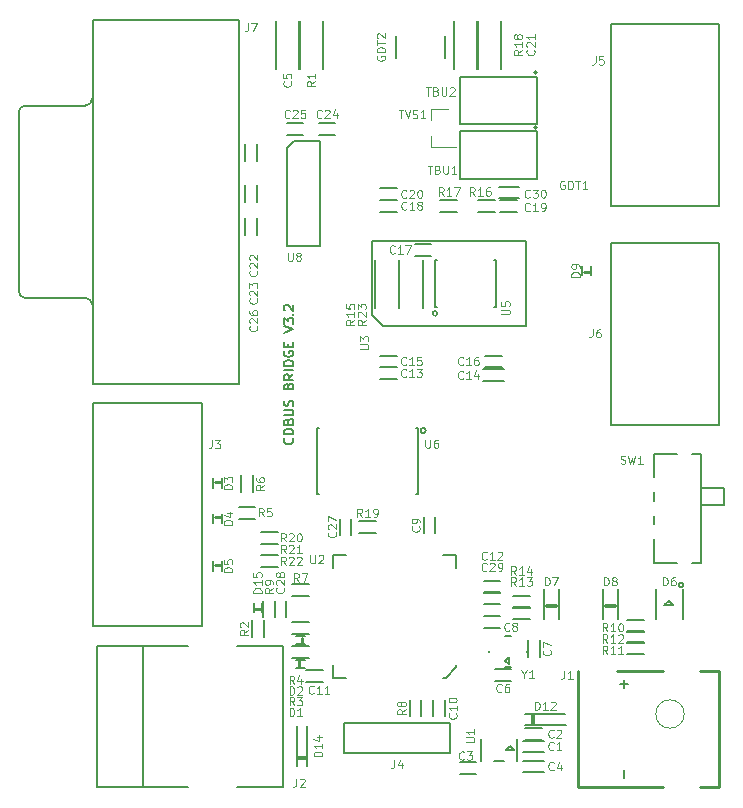
<source format=gbr>
G04 #@! TF.FileFunction,Legend,Top*
%FSLAX46Y46*%
G04 Gerber Fmt 4.6, Leading zero omitted, Abs format (unit mm)*
G04 Created by KiCad (PCBNEW 4.0.7) date Thu Apr 26 00:57:05 2018*
%MOMM*%
%LPD*%
G01*
G04 APERTURE LIST*
%ADD10C,0.100000*%
%ADD11C,0.150000*%
%ADD12C,0.203200*%
%ADD13C,0.254000*%
%ADD14C,0.350000*%
%ADD15C,0.200000*%
%ADD16C,0.120000*%
%ADD17C,0.250000*%
%ADD18C,0.300000*%
G04 APERTURE END LIST*
D10*
D11*
X15360714Y-38009524D02*
X15398810Y-38047619D01*
X15436905Y-38161905D01*
X15436905Y-38238095D01*
X15398810Y-38352381D01*
X15322619Y-38428572D01*
X15246429Y-38466667D01*
X15094048Y-38504762D01*
X14979762Y-38504762D01*
X14827381Y-38466667D01*
X14751190Y-38428572D01*
X14675000Y-38352381D01*
X14636905Y-38238095D01*
X14636905Y-38161905D01*
X14675000Y-38047619D01*
X14713095Y-38009524D01*
X15436905Y-37666667D02*
X14636905Y-37666667D01*
X14636905Y-37476191D01*
X14675000Y-37361905D01*
X14751190Y-37285714D01*
X14827381Y-37247619D01*
X14979762Y-37209524D01*
X15094048Y-37209524D01*
X15246429Y-37247619D01*
X15322619Y-37285714D01*
X15398810Y-37361905D01*
X15436905Y-37476191D01*
X15436905Y-37666667D01*
X15017857Y-36600000D02*
X15055952Y-36485714D01*
X15094048Y-36447619D01*
X15170238Y-36409524D01*
X15284524Y-36409524D01*
X15360714Y-36447619D01*
X15398810Y-36485714D01*
X15436905Y-36561905D01*
X15436905Y-36866667D01*
X14636905Y-36866667D01*
X14636905Y-36600000D01*
X14675000Y-36523810D01*
X14713095Y-36485714D01*
X14789286Y-36447619D01*
X14865476Y-36447619D01*
X14941667Y-36485714D01*
X14979762Y-36523810D01*
X15017857Y-36600000D01*
X15017857Y-36866667D01*
X14636905Y-36066667D02*
X15284524Y-36066667D01*
X15360714Y-36028572D01*
X15398810Y-35990476D01*
X15436905Y-35914286D01*
X15436905Y-35761905D01*
X15398810Y-35685714D01*
X15360714Y-35647619D01*
X15284524Y-35609524D01*
X14636905Y-35609524D01*
X15398810Y-35266667D02*
X15436905Y-35152381D01*
X15436905Y-34961905D01*
X15398810Y-34885715D01*
X15360714Y-34847619D01*
X15284524Y-34809524D01*
X15208333Y-34809524D01*
X15132143Y-34847619D01*
X15094048Y-34885715D01*
X15055952Y-34961905D01*
X15017857Y-35114286D01*
X14979762Y-35190477D01*
X14941667Y-35228572D01*
X14865476Y-35266667D01*
X14789286Y-35266667D01*
X14713095Y-35228572D01*
X14675000Y-35190477D01*
X14636905Y-35114286D01*
X14636905Y-34923810D01*
X14675000Y-34809524D01*
X15017857Y-33590476D02*
X15055952Y-33476190D01*
X15094048Y-33438095D01*
X15170238Y-33400000D01*
X15284524Y-33400000D01*
X15360714Y-33438095D01*
X15398810Y-33476190D01*
X15436905Y-33552381D01*
X15436905Y-33857143D01*
X14636905Y-33857143D01*
X14636905Y-33590476D01*
X14675000Y-33514286D01*
X14713095Y-33476190D01*
X14789286Y-33438095D01*
X14865476Y-33438095D01*
X14941667Y-33476190D01*
X14979762Y-33514286D01*
X15017857Y-33590476D01*
X15017857Y-33857143D01*
X15436905Y-32600000D02*
X15055952Y-32866667D01*
X15436905Y-33057143D02*
X14636905Y-33057143D01*
X14636905Y-32752381D01*
X14675000Y-32676190D01*
X14713095Y-32638095D01*
X14789286Y-32600000D01*
X14903571Y-32600000D01*
X14979762Y-32638095D01*
X15017857Y-32676190D01*
X15055952Y-32752381D01*
X15055952Y-33057143D01*
X15436905Y-32257143D02*
X14636905Y-32257143D01*
X15436905Y-31876191D02*
X14636905Y-31876191D01*
X14636905Y-31685715D01*
X14675000Y-31571429D01*
X14751190Y-31495238D01*
X14827381Y-31457143D01*
X14979762Y-31419048D01*
X15094048Y-31419048D01*
X15246429Y-31457143D01*
X15322619Y-31495238D01*
X15398810Y-31571429D01*
X15436905Y-31685715D01*
X15436905Y-31876191D01*
X14675000Y-30657143D02*
X14636905Y-30733334D01*
X14636905Y-30847619D01*
X14675000Y-30961905D01*
X14751190Y-31038096D01*
X14827381Y-31076191D01*
X14979762Y-31114286D01*
X15094048Y-31114286D01*
X15246429Y-31076191D01*
X15322619Y-31038096D01*
X15398810Y-30961905D01*
X15436905Y-30847619D01*
X15436905Y-30771429D01*
X15398810Y-30657143D01*
X15360714Y-30619048D01*
X15094048Y-30619048D01*
X15094048Y-30771429D01*
X15017857Y-30276191D02*
X15017857Y-30009524D01*
X15436905Y-29895238D02*
X15436905Y-30276191D01*
X14636905Y-30276191D01*
X14636905Y-29895238D01*
X14636905Y-29057143D02*
X15436905Y-28790476D01*
X14636905Y-28523809D01*
X14636905Y-28333333D02*
X14636905Y-27838095D01*
X14941667Y-28104762D01*
X14941667Y-27990476D01*
X14979762Y-27914286D01*
X15017857Y-27876190D01*
X15094048Y-27838095D01*
X15284524Y-27838095D01*
X15360714Y-27876190D01*
X15398810Y-27914286D01*
X15436905Y-27990476D01*
X15436905Y-28219048D01*
X15398810Y-28295238D01*
X15360714Y-28333333D01*
X15360714Y-27495238D02*
X15398810Y-27457143D01*
X15436905Y-27495238D01*
X15398810Y-27533333D01*
X15360714Y-27495238D01*
X15436905Y-27495238D01*
X14713095Y-27152381D02*
X14675000Y-27114286D01*
X14636905Y-27038095D01*
X14636905Y-26847619D01*
X14675000Y-26771429D01*
X14713095Y-26733333D01*
X14789286Y-26695238D01*
X14865476Y-26695238D01*
X14979762Y-26733333D01*
X15436905Y-27190476D01*
X15436905Y-26695238D01*
X17400000Y-37125000D02*
X17600000Y-37125000D01*
X17400000Y-39925000D02*
X17400000Y-37125000D01*
X17400000Y-42725000D02*
X17600000Y-42725000D01*
X17400000Y-39925000D02*
X17400000Y-42725000D01*
X26648607Y-37351394D02*
G75*
G03X26648607Y-37351394I-223607J0D01*
G01*
X26000000Y-37125000D02*
X25800000Y-37125000D01*
X26000000Y-39925000D02*
X26000000Y-37125000D01*
X26000000Y-42725000D02*
X25800000Y-42725000D01*
X26000000Y-39925000D02*
X26000000Y-42725000D01*
X33675000Y-56550000D02*
X33375000Y-56850000D01*
X33675000Y-57150000D02*
X33675000Y-56550000D01*
X33375000Y-56850000D02*
X33675000Y-57150000D01*
X35175000Y-56100000D02*
X35175000Y-56000000D01*
X31975000Y-56100000D02*
X31975000Y-56000000D01*
X33575000Y-54750000D02*
X33825000Y-54750000D01*
X33575000Y-54750000D02*
X33325000Y-54750000D01*
X33325000Y-57350000D02*
X33825000Y-57350000D01*
X33475000Y-64400000D02*
X34075000Y-64400000D01*
X33775000Y-64100000D02*
X33475000Y-64400000D01*
X34075000Y-64400000D02*
X33775000Y-64100000D01*
X33225000Y-65300000D02*
X32425000Y-65300000D01*
X34327354Y-63502404D02*
X34327354Y-65302404D01*
X31325000Y-65300000D02*
X31327354Y-63502404D01*
X28325000Y-58300000D02*
X29225000Y-57400000D01*
X29225000Y-57400000D02*
X29225000Y-57200000D01*
X18825000Y-58300000D02*
X18825000Y-57200000D01*
X18825000Y-47900000D02*
X18825000Y-49000000D01*
X29225000Y-47900000D02*
X29225000Y-49000000D01*
X28325000Y-58300000D02*
X28125000Y-58300000D01*
X29225000Y-47900000D02*
X28125000Y-47900000D01*
X18825000Y-47900000D02*
X19925000Y-47900000D01*
X18825000Y-58300000D02*
X19925000Y-58300000D01*
X27625000Y-27425000D02*
G75*
G03X27625000Y-27425000I-200000J0D01*
G01*
X27425000Y-26925000D02*
X27625000Y-26925000D01*
X27425000Y-22925000D02*
X27625000Y-22925000D01*
X32625000Y-22925000D02*
X32425000Y-22925000D01*
X32625000Y-26925000D02*
X32425000Y-26925000D01*
X27425000Y-26925000D02*
X27425000Y-22925000D01*
X32625000Y-26925000D02*
X32625000Y-22925000D01*
D12*
X-1224340Y-55550520D02*
X2677100Y-55550520D01*
X2677100Y-55550520D02*
X2677100Y-67549480D01*
X2677100Y-67549480D02*
X-1224340Y-67549480D01*
X-1224340Y-67549480D02*
X-1224340Y-55550520D01*
X2677100Y-55550520D02*
X6476940Y-55550520D01*
X2677100Y-67549480D02*
X6476940Y-67549480D01*
X10675560Y-67549480D02*
X14574460Y-67549480D01*
X14574460Y-67549480D02*
X14574460Y-55550520D01*
X14574460Y-55550520D02*
X10675560Y-55550520D01*
X10799080Y-33372480D02*
X5460000Y-33372480D01*
X5457460Y-33372480D02*
X-1499600Y-33372480D01*
X10799080Y-2577520D02*
X5460000Y-2577520D01*
X5460000Y-2577520D02*
X-1499600Y-2577520D01*
X-2218420Y-26103000D02*
X-7298420Y-26103000D01*
X-1499600Y-33372480D02*
X-1499600Y-2577520D01*
X-2218420Y-9847000D02*
X-7298420Y-9847000D01*
X-7806420Y-25595000D02*
X-7806420Y-10355000D01*
X10799080Y-33372480D02*
X10799080Y-2577520D01*
X-7806420Y-25595000D02*
G75*
G03X-7298420Y-26103000I508000J0D01*
G01*
X-7298420Y-9847000D02*
G75*
G03X-7806420Y-10355000I0J-508000D01*
G01*
X-1585960Y-26735460D02*
G75*
G03X-2218420Y-26103000I-632460J0D01*
G01*
X-2218420Y-9849540D02*
G75*
G03X-1583420Y-9214540I0J635000D01*
G01*
D11*
X15451491Y-12824839D02*
X17701491Y-12824839D01*
X17701491Y-12824839D02*
X17701491Y-21714839D01*
X17701491Y-21714839D02*
X14851491Y-21714839D01*
X14851491Y-21714839D02*
X14851491Y-13424839D01*
X14851491Y-13424839D02*
X15451491Y-12824839D01*
D13*
X49900000Y-57750000D02*
X51500000Y-57750000D01*
X49900000Y-67550000D02*
X51500000Y-67550000D01*
X39500000Y-67550000D02*
X39500000Y-57750000D01*
X42870200Y-57750000D02*
X46700000Y-57750000D01*
X51500000Y-57750000D02*
X51500000Y-67550000D01*
X46700000Y-67550000D02*
X39500000Y-67550000D01*
D11*
X28710000Y-64690000D02*
X19710000Y-64690000D01*
X28710000Y-62140000D02*
X19710000Y-62140000D01*
X19710000Y-62140000D02*
X19710000Y-64690000D01*
X28710000Y-64690000D02*
X28710000Y-62140000D01*
D14*
X15850000Y-65075000D02*
X16500000Y-65075000D01*
D15*
X16625000Y-65750000D02*
X16625000Y-62325000D01*
X15725000Y-65775000D02*
X15725000Y-62350000D01*
D14*
X35725000Y-61475000D02*
X35725000Y-62125000D01*
D15*
X35050000Y-62250000D02*
X38475000Y-62250000D01*
X35025000Y-61350000D02*
X38450000Y-61350000D01*
D11*
X36050000Y-11675000D02*
G75*
G03X36050000Y-11675000I-111803J0D01*
G01*
X29550000Y-16025000D02*
X29550000Y-12025000D01*
X36050000Y-16025000D02*
X29550000Y-16025000D01*
X36050000Y-12025000D02*
X36050000Y-16025000D01*
X29550000Y-12025000D02*
X36050000Y-12025000D01*
X36050000Y-7050000D02*
G75*
G03X36050000Y-7050000I-111803J0D01*
G01*
X29550000Y-11400000D02*
X29550000Y-7400000D01*
X36050000Y-11400000D02*
X29550000Y-11400000D01*
X36050000Y-7400000D02*
X36050000Y-11400000D01*
X29550000Y-7400000D02*
X36050000Y-7400000D01*
D16*
X27065000Y-10145000D02*
X27065000Y-11075000D01*
X27065000Y-13305000D02*
X27065000Y-12375000D01*
X27065000Y-13305000D02*
X29225000Y-13305000D01*
X27065000Y-10145000D02*
X28525000Y-10145000D01*
D11*
X24100000Y-5800168D02*
X24100000Y-3950000D01*
X28300000Y-3949926D02*
X28300000Y-5800000D01*
X14100000Y-46925000D02*
X12700000Y-46925000D01*
X12700000Y-45925000D02*
X14100000Y-45925000D01*
X14100000Y-47925000D02*
X12700000Y-47925000D01*
X12700000Y-46925000D02*
X14100000Y-46925000D01*
X14100000Y-48925000D02*
X12700000Y-48925000D01*
X12700000Y-47925000D02*
X14100000Y-47925000D01*
X51500000Y-21450000D02*
X42300000Y-21450000D01*
X51500000Y-36850000D02*
X42300000Y-36850000D01*
X51500000Y-36850000D02*
X51500000Y-21450000D01*
X42300000Y-21450000D02*
X42300000Y-36850000D01*
X51500000Y-2900000D02*
X42300000Y-2900000D01*
X51500000Y-18300000D02*
X42300000Y-18300000D01*
X51500000Y-18300000D02*
X51500000Y-2900000D01*
X42300000Y-2900000D02*
X42300000Y-18300000D01*
X-1500000Y-53900000D02*
X7700000Y-53900000D01*
X-1500000Y-35000000D02*
X7700000Y-35000000D01*
X-1500000Y-35000000D02*
X-1500000Y-53900000D01*
X7700000Y-53900000D02*
X7700000Y-35000000D01*
X22400000Y-46000000D02*
X21000000Y-46000000D01*
X21000000Y-45000000D02*
X22400000Y-45000000D01*
X27875000Y-17850000D02*
X29275000Y-17850000D01*
X29275000Y-18850000D02*
X27875000Y-18850000D01*
X13900000Y-51750000D02*
X13900000Y-53150000D01*
X12900000Y-53150000D02*
X12900000Y-51750000D01*
X16725000Y-51350000D02*
X15325000Y-51350000D01*
X15325000Y-50350000D02*
X16725000Y-50350000D01*
X16725000Y-54600000D02*
X15325000Y-54600000D01*
X15325000Y-53600000D02*
X16725000Y-53600000D01*
X16725000Y-56600000D02*
X15325000Y-56600000D01*
X15325000Y-55600000D02*
X16725000Y-55600000D01*
X45120000Y-54390000D02*
X43720000Y-54390000D01*
X43720000Y-53390000D02*
X45120000Y-53390000D01*
X32475000Y-18850000D02*
X31075000Y-18850000D01*
X31075000Y-17850000D02*
X32475000Y-17850000D01*
X35450000Y-52350000D02*
X34050000Y-52350000D01*
X34050000Y-51350000D02*
X35450000Y-51350000D01*
X35450000Y-53300000D02*
X34050000Y-53300000D01*
X34050000Y-52300000D02*
X35450000Y-52300000D01*
X45120000Y-55340000D02*
X43720000Y-55340000D01*
X43720000Y-54340000D02*
X45120000Y-54340000D01*
X45120000Y-56290000D02*
X43720000Y-56290000D01*
X43720000Y-55290000D02*
X45120000Y-55290000D01*
X25275000Y-61550000D02*
X25275000Y-60150000D01*
X26275000Y-60150000D02*
X26275000Y-61550000D01*
X12925000Y-53425000D02*
X12925000Y-54825000D01*
X11925000Y-54825000D02*
X11925000Y-53425000D01*
X12200000Y-44800000D02*
X10800000Y-44800000D01*
X10800000Y-43800000D02*
X12200000Y-43800000D01*
X11000000Y-42550000D02*
X11000000Y-41150000D01*
X12000000Y-41150000D02*
X12000000Y-42550000D01*
X32950000Y-52050000D02*
X31550000Y-52050000D01*
X31550000Y-51050000D02*
X32950000Y-51050000D01*
X13850000Y-53150000D02*
X13850000Y-51750000D01*
X14850000Y-51750000D02*
X14850000Y-53150000D01*
X19350000Y-46200000D02*
X19350000Y-44800000D01*
X20350000Y-44800000D02*
X20350000Y-46200000D01*
X12325000Y-13100000D02*
X12325000Y-14500000D01*
X11325000Y-14500000D02*
X11325000Y-13100000D01*
X36320000Y-55120000D02*
X36320000Y-56520000D01*
X35320000Y-56520000D02*
X35320000Y-55120000D01*
X22800000Y-17850000D02*
X24200000Y-17850000D01*
X24200000Y-18850000D02*
X22800000Y-18850000D01*
X34350000Y-18850000D02*
X32950000Y-18850000D01*
X32950000Y-17850000D02*
X34350000Y-17850000D01*
X25700000Y-21550000D02*
X27100000Y-21550000D01*
X27100000Y-22550000D02*
X25700000Y-22550000D01*
X31550000Y-50100000D02*
X32950000Y-50100000D01*
X32950000Y-51100000D02*
X31550000Y-51100000D01*
X17900000Y-58660000D02*
X16500000Y-58660000D01*
X16500000Y-57660000D02*
X17900000Y-57660000D01*
X26450000Y-46050000D02*
X26450000Y-44650000D01*
X27450000Y-44650000D02*
X27450000Y-46050000D01*
X32950000Y-54050000D02*
X31550000Y-54050000D01*
X31550000Y-53050000D02*
X32950000Y-53050000D01*
X32490000Y-57540000D02*
X33890000Y-57540000D01*
X33890000Y-58540000D02*
X32490000Y-58540000D01*
X11325000Y-20775000D02*
X11325000Y-19375000D01*
X12325000Y-19375000D02*
X12325000Y-20775000D01*
X16275000Y-12300000D02*
X14875000Y-12300000D01*
X14875000Y-11300000D02*
X16275000Y-11300000D01*
X17575000Y-11300000D02*
X18975000Y-11300000D01*
X18975000Y-12300000D02*
X17575000Y-12300000D01*
X12325000Y-16575000D02*
X12325000Y-17975000D01*
X11325000Y-17975000D02*
X11325000Y-16575000D01*
X30920000Y-66430000D02*
X29520000Y-66430000D01*
X29520000Y-65430000D02*
X30920000Y-65430000D01*
X28275000Y-60150000D02*
X28275000Y-61550000D01*
X27275000Y-61550000D02*
X27275000Y-60150000D01*
X33075000Y-32000000D02*
X31675000Y-32000000D01*
X31675000Y-31000000D02*
X33075000Y-31000000D01*
X36450000Y-63550000D02*
X35050000Y-63550000D01*
X35050000Y-62550000D02*
X36450000Y-62550000D01*
X36625000Y-64600000D02*
X34875000Y-64600000D01*
X34875000Y-63600000D02*
X36625000Y-63600000D01*
X36625000Y-66300000D02*
X34875000Y-66300000D01*
X34875000Y-65300000D02*
X36625000Y-65300000D01*
D17*
X15925000Y-56900000D02*
X15925000Y-57300000D01*
D11*
X16425000Y-56750000D02*
X15625000Y-56750000D01*
X15625000Y-57450000D02*
X16425000Y-57450000D01*
D17*
X16125000Y-55300000D02*
X16125000Y-54900000D01*
D11*
X15625000Y-55450000D02*
X16425000Y-55450000D01*
X16425000Y-54750000D02*
X15625000Y-54750000D01*
D17*
X9200000Y-41700000D02*
X8800000Y-41700000D01*
D11*
X9350000Y-42200000D02*
X9350000Y-41400000D01*
X8650000Y-41400000D02*
X8650000Y-42200000D01*
D17*
X9200000Y-44700000D02*
X8800000Y-44700000D01*
D11*
X9350000Y-45200000D02*
X9350000Y-44400000D01*
X8650000Y-44400000D02*
X8650000Y-45200000D01*
D17*
X9200000Y-48700000D02*
X8800000Y-48700000D01*
D11*
X9350000Y-49200000D02*
X9350000Y-48400000D01*
X8650000Y-48400000D02*
X8650000Y-49200000D01*
D15*
X48450000Y-50450000D02*
G75*
G03X48450000Y-50450000I-200000J0D01*
G01*
D11*
X47250000Y-51750000D02*
X46850000Y-52150000D01*
X47550000Y-52150000D02*
X47250000Y-51750000D01*
X46850000Y-52150000D02*
X47550000Y-52150000D01*
X48393000Y-50780000D02*
X48393000Y-53320000D01*
X46107000Y-53320000D02*
X46107000Y-50780000D01*
D18*
X37631000Y-52177000D02*
X36869000Y-52177000D01*
D11*
X37885000Y-50780000D02*
X37885000Y-53320000D01*
X36615000Y-53320000D02*
X36615000Y-50780000D01*
D18*
X42631000Y-52177000D02*
X41869000Y-52177000D01*
D11*
X42885000Y-50780000D02*
X42885000Y-53320000D01*
X41615000Y-53320000D02*
X41615000Y-50780000D01*
D17*
X40050000Y-23900000D02*
X40450000Y-23900000D01*
D11*
X39900000Y-23400000D02*
X39900000Y-24200000D01*
X40600000Y-24200000D02*
X40600000Y-23400000D01*
D17*
X12225000Y-52450000D02*
X12625000Y-52450000D01*
D11*
X12075000Y-51950000D02*
X12075000Y-52750000D01*
X12775000Y-52750000D02*
X12775000Y-51950000D01*
X15966000Y-6707000D02*
X15966000Y-2643000D01*
X13934000Y-6707000D02*
X13934000Y-2643000D01*
X33041000Y-6707000D02*
X33041000Y-2643000D01*
X31009000Y-6707000D02*
X31009000Y-2643000D01*
X17966000Y-6707000D02*
X17966000Y-2643000D01*
X15934000Y-6707000D02*
X15934000Y-2643000D01*
X31041000Y-6707000D02*
X31041000Y-2643000D01*
X29009000Y-6707000D02*
X29009000Y-2643000D01*
X34550000Y-17700000D02*
X32800000Y-17700000D01*
X32800000Y-16700000D02*
X34550000Y-16700000D01*
X33275000Y-33150000D02*
X31525000Y-33150000D01*
X31525000Y-32150000D02*
X33275000Y-32150000D01*
X22800000Y-31000000D02*
X24200000Y-31000000D01*
X24200000Y-32000000D02*
X22800000Y-32000000D01*
X22060000Y-27525000D02*
X23060000Y-28525000D01*
X22060000Y-21325000D02*
X22060000Y-27525000D01*
X23060000Y-28525000D02*
X35090000Y-28525000D01*
X35090000Y-28525000D02*
X35090000Y-21325000D01*
X35090000Y-21325000D02*
X22060000Y-21325000D01*
X22800000Y-32000000D02*
X24200000Y-32000000D01*
X24200000Y-33000000D02*
X22800000Y-33000000D01*
X22800000Y-16850000D02*
X24200000Y-16850000D01*
X24200000Y-17850000D02*
X22800000Y-17850000D01*
X26416000Y-26957000D02*
X26416000Y-22893000D01*
X24384000Y-26957000D02*
X24384000Y-22893000D01*
X22359000Y-22893000D02*
X22359000Y-26957000D01*
X24391000Y-22893000D02*
X24391000Y-26957000D01*
X45925000Y-41300158D02*
X45925000Y-39325000D01*
X45925000Y-43300000D02*
X45925000Y-42550000D01*
X45925000Y-45300000D02*
X45925000Y-44550000D01*
X45925000Y-39325000D02*
X47950000Y-39325000D01*
X49925000Y-39325000D02*
X49200000Y-39325000D01*
X45925000Y-48525000D02*
X47950000Y-48525000D01*
X49925000Y-48525000D02*
X49200000Y-48525000D01*
X51925000Y-42175000D02*
X49925000Y-42175000D01*
X51925000Y-43675000D02*
X51925000Y-42175000D01*
X49925000Y-43675000D02*
X51925000Y-43675000D01*
X45925000Y-46550000D02*
X45925000Y-48525000D01*
X49925000Y-48525000D02*
X49925000Y-39325000D01*
D10*
X48515887Y-61351000D02*
G75*
G03X48515887Y-61351000I-1200000J0D01*
G01*
D16*
X26616667Y-38116667D02*
X26616667Y-38683333D01*
X26650000Y-38750000D01*
X26683333Y-38783333D01*
X26750000Y-38816667D01*
X26883333Y-38816667D01*
X26950000Y-38783333D01*
X26983333Y-38750000D01*
X27016667Y-38683333D01*
X27016667Y-38116667D01*
X27650000Y-38116667D02*
X27516666Y-38116667D01*
X27450000Y-38150000D01*
X27416666Y-38183333D01*
X27350000Y-38283333D01*
X27316666Y-38416667D01*
X27316666Y-38683333D01*
X27350000Y-38750000D01*
X27383333Y-38783333D01*
X27450000Y-38816667D01*
X27583333Y-38816667D01*
X27650000Y-38783333D01*
X27683333Y-38750000D01*
X27716666Y-38683333D01*
X27716666Y-38516667D01*
X27683333Y-38450000D01*
X27650000Y-38416667D01*
X27583333Y-38383333D01*
X27450000Y-38383333D01*
X27383333Y-38416667D01*
X27350000Y-38450000D01*
X27316666Y-38516667D01*
X34966667Y-57983333D02*
X34966667Y-58316667D01*
X34733334Y-57616667D02*
X34966667Y-57983333D01*
X35200000Y-57616667D01*
X35800000Y-58316667D02*
X35400000Y-58316667D01*
X35600000Y-58316667D02*
X35600000Y-57616667D01*
X35533334Y-57716667D01*
X35466667Y-57783333D01*
X35400000Y-57816667D01*
X30066667Y-63733333D02*
X30633333Y-63733333D01*
X30700000Y-63700000D01*
X30733333Y-63666667D01*
X30766667Y-63600000D01*
X30766667Y-63466667D01*
X30733333Y-63400000D01*
X30700000Y-63366667D01*
X30633333Y-63333333D01*
X30066667Y-63333333D01*
X30766667Y-62633334D02*
X30766667Y-63033334D01*
X30766667Y-62833334D02*
X30066667Y-62833334D01*
X30166667Y-62900000D01*
X30233333Y-62966667D01*
X30266667Y-63033334D01*
X16866667Y-47891667D02*
X16866667Y-48458333D01*
X16900000Y-48525000D01*
X16933333Y-48558333D01*
X17000000Y-48591667D01*
X17133333Y-48591667D01*
X17200000Y-48558333D01*
X17233333Y-48525000D01*
X17266667Y-48458333D01*
X17266667Y-47891667D01*
X17566666Y-47958333D02*
X17600000Y-47925000D01*
X17666666Y-47891667D01*
X17833333Y-47891667D01*
X17900000Y-47925000D01*
X17933333Y-47958333D01*
X17966666Y-48025000D01*
X17966666Y-48091667D01*
X17933333Y-48191667D01*
X17533333Y-48591667D01*
X17966666Y-48591667D01*
X33041667Y-27508333D02*
X33608333Y-27508333D01*
X33675000Y-27475000D01*
X33708333Y-27441667D01*
X33741667Y-27375000D01*
X33741667Y-27241667D01*
X33708333Y-27175000D01*
X33675000Y-27141667D01*
X33608333Y-27108333D01*
X33041667Y-27108333D01*
X33041667Y-26441667D02*
X33041667Y-26775000D01*
X33375000Y-26808334D01*
X33341667Y-26775000D01*
X33308333Y-26708334D01*
X33308333Y-26541667D01*
X33341667Y-26475000D01*
X33375000Y-26441667D01*
X33441667Y-26408334D01*
X33608333Y-26408334D01*
X33675000Y-26441667D01*
X33708333Y-26475000D01*
X33741667Y-26541667D01*
X33741667Y-26708334D01*
X33708333Y-26775000D01*
X33675000Y-26808334D01*
X15690727Y-66811467D02*
X15690727Y-67311467D01*
X15657393Y-67411467D01*
X15590727Y-67478133D01*
X15490727Y-67511467D01*
X15424060Y-67511467D01*
X15990726Y-66878133D02*
X16024060Y-66844800D01*
X16090726Y-66811467D01*
X16257393Y-66811467D01*
X16324060Y-66844800D01*
X16357393Y-66878133D01*
X16390726Y-66944800D01*
X16390726Y-67011467D01*
X16357393Y-67111467D01*
X15957393Y-67511467D01*
X16390726Y-67511467D01*
X11616667Y-2841007D02*
X11616667Y-3341007D01*
X11583333Y-3441007D01*
X11516667Y-3507673D01*
X11416667Y-3541007D01*
X11350000Y-3541007D01*
X11883333Y-2841007D02*
X12350000Y-2841007D01*
X12050000Y-3541007D01*
X14966667Y-22291667D02*
X14966667Y-22858333D01*
X15000000Y-22925000D01*
X15033333Y-22958333D01*
X15100000Y-22991667D01*
X15233333Y-22991667D01*
X15300000Y-22958333D01*
X15333333Y-22925000D01*
X15366667Y-22858333D01*
X15366667Y-22291667D01*
X15800000Y-22591667D02*
X15733333Y-22558333D01*
X15700000Y-22525000D01*
X15666666Y-22458333D01*
X15666666Y-22425000D01*
X15700000Y-22358333D01*
X15733333Y-22325000D01*
X15800000Y-22291667D01*
X15933333Y-22291667D01*
X16000000Y-22325000D01*
X16033333Y-22358333D01*
X16066666Y-22425000D01*
X16066666Y-22458333D01*
X16033333Y-22525000D01*
X16000000Y-22558333D01*
X15933333Y-22591667D01*
X15800000Y-22591667D01*
X15733333Y-22625000D01*
X15700000Y-22658333D01*
X15666666Y-22725000D01*
X15666666Y-22858333D01*
X15700000Y-22925000D01*
X15733333Y-22958333D01*
X15800000Y-22991667D01*
X15933333Y-22991667D01*
X16000000Y-22958333D01*
X16033333Y-22925000D01*
X16066666Y-22858333D01*
X16066666Y-22725000D01*
X16033333Y-22658333D01*
X16000000Y-22625000D01*
X15933333Y-22591667D01*
X38366667Y-57666667D02*
X38366667Y-58166667D01*
X38333333Y-58266667D01*
X38266667Y-58333333D01*
X38166667Y-58366667D01*
X38100000Y-58366667D01*
X39066666Y-58366667D02*
X38666666Y-58366667D01*
X38866666Y-58366667D02*
X38866666Y-57666667D01*
X38800000Y-57766667D01*
X38733333Y-57833333D01*
X38666666Y-57866667D01*
D11*
X43418030Y-66736199D02*
X43418030Y-66126675D01*
X43418030Y-59116199D02*
X43418030Y-58506675D01*
X43722792Y-58811437D02*
X43113268Y-58811437D01*
D16*
X23966667Y-65241667D02*
X23966667Y-65741667D01*
X23933333Y-65841667D01*
X23866667Y-65908333D01*
X23766667Y-65941667D01*
X23700000Y-65941667D01*
X24600000Y-65475000D02*
X24600000Y-65941667D01*
X24433333Y-65208333D02*
X24266666Y-65708333D01*
X24700000Y-65708333D01*
X17868667Y-64930000D02*
X17168667Y-64930000D01*
X17168667Y-64763334D01*
X17202000Y-64663334D01*
X17268667Y-64596667D01*
X17335333Y-64563334D01*
X17468667Y-64530000D01*
X17568667Y-64530000D01*
X17702000Y-64563334D01*
X17768667Y-64596667D01*
X17835333Y-64663334D01*
X17868667Y-64763334D01*
X17868667Y-64930000D01*
X17868667Y-63863334D02*
X17868667Y-64263334D01*
X17868667Y-64063334D02*
X17168667Y-64063334D01*
X17268667Y-64130000D01*
X17335333Y-64196667D01*
X17368667Y-64263334D01*
X17402000Y-63263333D02*
X17868667Y-63263333D01*
X17135333Y-63430000D02*
X17635333Y-63596667D01*
X17635333Y-63163333D01*
X35900000Y-60991667D02*
X35900000Y-60291667D01*
X36066666Y-60291667D01*
X36166666Y-60325000D01*
X36233333Y-60391667D01*
X36266666Y-60458333D01*
X36300000Y-60591667D01*
X36300000Y-60691667D01*
X36266666Y-60825000D01*
X36233333Y-60891667D01*
X36166666Y-60958333D01*
X36066666Y-60991667D01*
X35900000Y-60991667D01*
X36966666Y-60991667D02*
X36566666Y-60991667D01*
X36766666Y-60991667D02*
X36766666Y-60291667D01*
X36700000Y-60391667D01*
X36633333Y-60458333D01*
X36566666Y-60491667D01*
X37233333Y-60358333D02*
X37266667Y-60325000D01*
X37333333Y-60291667D01*
X37500000Y-60291667D01*
X37566667Y-60325000D01*
X37600000Y-60358333D01*
X37633333Y-60425000D01*
X37633333Y-60491667D01*
X37600000Y-60591667D01*
X37200000Y-60991667D01*
X37633333Y-60991667D01*
X26800001Y-14916667D02*
X27200001Y-14916667D01*
X27000001Y-15616667D02*
X27000001Y-14916667D01*
X27666667Y-15250000D02*
X27766667Y-15283333D01*
X27800000Y-15316667D01*
X27833334Y-15383333D01*
X27833334Y-15483333D01*
X27800000Y-15550000D01*
X27766667Y-15583333D01*
X27700000Y-15616667D01*
X27433334Y-15616667D01*
X27433334Y-14916667D01*
X27666667Y-14916667D01*
X27733334Y-14950000D01*
X27766667Y-14983333D01*
X27800000Y-15050000D01*
X27800000Y-15116667D01*
X27766667Y-15183333D01*
X27733334Y-15216667D01*
X27666667Y-15250000D01*
X27433334Y-15250000D01*
X28133334Y-14916667D02*
X28133334Y-15483333D01*
X28166667Y-15550000D01*
X28200000Y-15583333D01*
X28266667Y-15616667D01*
X28400000Y-15616667D01*
X28466667Y-15583333D01*
X28500000Y-15550000D01*
X28533334Y-15483333D01*
X28533334Y-14916667D01*
X29233333Y-15616667D02*
X28833333Y-15616667D01*
X29033333Y-15616667D02*
X29033333Y-14916667D01*
X28966667Y-15016667D01*
X28900000Y-15083333D01*
X28833333Y-15116667D01*
X26650001Y-8291667D02*
X27050001Y-8291667D01*
X26850001Y-8991667D02*
X26850001Y-8291667D01*
X27516667Y-8625000D02*
X27616667Y-8658333D01*
X27650000Y-8691667D01*
X27683334Y-8758333D01*
X27683334Y-8858333D01*
X27650000Y-8925000D01*
X27616667Y-8958333D01*
X27550000Y-8991667D01*
X27283334Y-8991667D01*
X27283334Y-8291667D01*
X27516667Y-8291667D01*
X27583334Y-8325000D01*
X27616667Y-8358333D01*
X27650000Y-8425000D01*
X27650000Y-8491667D01*
X27616667Y-8558333D01*
X27583334Y-8591667D01*
X27516667Y-8625000D01*
X27283334Y-8625000D01*
X27983334Y-8291667D02*
X27983334Y-8858333D01*
X28016667Y-8925000D01*
X28050000Y-8958333D01*
X28116667Y-8991667D01*
X28250000Y-8991667D01*
X28316667Y-8958333D01*
X28350000Y-8925000D01*
X28383334Y-8858333D01*
X28383334Y-8291667D01*
X28683333Y-8358333D02*
X28716667Y-8325000D01*
X28783333Y-8291667D01*
X28950000Y-8291667D01*
X29016667Y-8325000D01*
X29050000Y-8358333D01*
X29083333Y-8425000D01*
X29083333Y-8491667D01*
X29050000Y-8591667D01*
X28650000Y-8991667D01*
X29083333Y-8991667D01*
X24333334Y-10216667D02*
X24733334Y-10216667D01*
X24533334Y-10916667D02*
X24533334Y-10216667D01*
X24866667Y-10216667D02*
X25100000Y-10916667D01*
X25333333Y-10216667D01*
X25533333Y-10883333D02*
X25633333Y-10916667D01*
X25800000Y-10916667D01*
X25866667Y-10883333D01*
X25900000Y-10850000D01*
X25933333Y-10783333D01*
X25933333Y-10716667D01*
X25900000Y-10650000D01*
X25866667Y-10616667D01*
X25800000Y-10583333D01*
X25666667Y-10550000D01*
X25600000Y-10516667D01*
X25566667Y-10483333D01*
X25533333Y-10416667D01*
X25533333Y-10350000D01*
X25566667Y-10283333D01*
X25600000Y-10250000D01*
X25666667Y-10216667D01*
X25833333Y-10216667D01*
X25933333Y-10250000D01*
X26600000Y-10916667D02*
X26200000Y-10916667D01*
X26400000Y-10916667D02*
X26400000Y-10216667D01*
X26333334Y-10316667D01*
X26266667Y-10383333D01*
X26200000Y-10416667D01*
X38383333Y-16225000D02*
X38316667Y-16191667D01*
X38216667Y-16191667D01*
X38116667Y-16225000D01*
X38050000Y-16291667D01*
X38016667Y-16358333D01*
X37983333Y-16491667D01*
X37983333Y-16591667D01*
X38016667Y-16725000D01*
X38050000Y-16791667D01*
X38116667Y-16858333D01*
X38216667Y-16891667D01*
X38283333Y-16891667D01*
X38383333Y-16858333D01*
X38416667Y-16825000D01*
X38416667Y-16591667D01*
X38283333Y-16591667D01*
X38716667Y-16891667D02*
X38716667Y-16191667D01*
X38883333Y-16191667D01*
X38983333Y-16225000D01*
X39050000Y-16291667D01*
X39083333Y-16358333D01*
X39116667Y-16491667D01*
X39116667Y-16591667D01*
X39083333Y-16725000D01*
X39050000Y-16791667D01*
X38983333Y-16858333D01*
X38883333Y-16891667D01*
X38716667Y-16891667D01*
X39316667Y-16191667D02*
X39716667Y-16191667D01*
X39516667Y-16891667D02*
X39516667Y-16191667D01*
X40316666Y-16891667D02*
X39916666Y-16891667D01*
X40116666Y-16891667D02*
X40116666Y-16191667D01*
X40050000Y-16291667D01*
X39983333Y-16358333D01*
X39916666Y-16391667D01*
X22525000Y-5641667D02*
X22491667Y-5708333D01*
X22491667Y-5808333D01*
X22525000Y-5908333D01*
X22591667Y-5975000D01*
X22658333Y-6008333D01*
X22791667Y-6041667D01*
X22891667Y-6041667D01*
X23025000Y-6008333D01*
X23091667Y-5975000D01*
X23158333Y-5908333D01*
X23191667Y-5808333D01*
X23191667Y-5741667D01*
X23158333Y-5641667D01*
X23125000Y-5608333D01*
X22891667Y-5608333D01*
X22891667Y-5741667D01*
X23191667Y-5308333D02*
X22491667Y-5308333D01*
X22491667Y-5141667D01*
X22525000Y-5041667D01*
X22591667Y-4975000D01*
X22658333Y-4941667D01*
X22791667Y-4908333D01*
X22891667Y-4908333D01*
X23025000Y-4941667D01*
X23091667Y-4975000D01*
X23158333Y-5041667D01*
X23191667Y-5141667D01*
X23191667Y-5308333D01*
X22491667Y-4708333D02*
X22491667Y-4308333D01*
X23191667Y-4508333D02*
X22491667Y-4508333D01*
X22558333Y-4108334D02*
X22525000Y-4075000D01*
X22491667Y-4008334D01*
X22491667Y-3841667D01*
X22525000Y-3775000D01*
X22558333Y-3741667D01*
X22625000Y-3708334D01*
X22691667Y-3708334D01*
X22791667Y-3741667D01*
X23191667Y-4141667D01*
X23191667Y-3708334D01*
X14800000Y-46741667D02*
X14566666Y-46408333D01*
X14400000Y-46741667D02*
X14400000Y-46041667D01*
X14666666Y-46041667D01*
X14733333Y-46075000D01*
X14766666Y-46108333D01*
X14800000Y-46175000D01*
X14800000Y-46275000D01*
X14766666Y-46341667D01*
X14733333Y-46375000D01*
X14666666Y-46408333D01*
X14400000Y-46408333D01*
X15066666Y-46108333D02*
X15100000Y-46075000D01*
X15166666Y-46041667D01*
X15333333Y-46041667D01*
X15400000Y-46075000D01*
X15433333Y-46108333D01*
X15466666Y-46175000D01*
X15466666Y-46241667D01*
X15433333Y-46341667D01*
X15033333Y-46741667D01*
X15466666Y-46741667D01*
X15900000Y-46041667D02*
X15966667Y-46041667D01*
X16033333Y-46075000D01*
X16066667Y-46108333D01*
X16100000Y-46175000D01*
X16133333Y-46308333D01*
X16133333Y-46475000D01*
X16100000Y-46608333D01*
X16066667Y-46675000D01*
X16033333Y-46708333D01*
X15966667Y-46741667D01*
X15900000Y-46741667D01*
X15833333Y-46708333D01*
X15800000Y-46675000D01*
X15766667Y-46608333D01*
X15733333Y-46475000D01*
X15733333Y-46308333D01*
X15766667Y-46175000D01*
X15800000Y-46108333D01*
X15833333Y-46075000D01*
X15900000Y-46041667D01*
X14800000Y-47741667D02*
X14566666Y-47408333D01*
X14400000Y-47741667D02*
X14400000Y-47041667D01*
X14666666Y-47041667D01*
X14733333Y-47075000D01*
X14766666Y-47108333D01*
X14800000Y-47175000D01*
X14800000Y-47275000D01*
X14766666Y-47341667D01*
X14733333Y-47375000D01*
X14666666Y-47408333D01*
X14400000Y-47408333D01*
X15066666Y-47108333D02*
X15100000Y-47075000D01*
X15166666Y-47041667D01*
X15333333Y-47041667D01*
X15400000Y-47075000D01*
X15433333Y-47108333D01*
X15466666Y-47175000D01*
X15466666Y-47241667D01*
X15433333Y-47341667D01*
X15033333Y-47741667D01*
X15466666Y-47741667D01*
X16133333Y-47741667D02*
X15733333Y-47741667D01*
X15933333Y-47741667D02*
X15933333Y-47041667D01*
X15866667Y-47141667D01*
X15800000Y-47208333D01*
X15733333Y-47241667D01*
X14800000Y-48741667D02*
X14566666Y-48408333D01*
X14400000Y-48741667D02*
X14400000Y-48041667D01*
X14666666Y-48041667D01*
X14733333Y-48075000D01*
X14766666Y-48108333D01*
X14800000Y-48175000D01*
X14800000Y-48275000D01*
X14766666Y-48341667D01*
X14733333Y-48375000D01*
X14666666Y-48408333D01*
X14400000Y-48408333D01*
X15066666Y-48108333D02*
X15100000Y-48075000D01*
X15166666Y-48041667D01*
X15333333Y-48041667D01*
X15400000Y-48075000D01*
X15433333Y-48108333D01*
X15466666Y-48175000D01*
X15466666Y-48241667D01*
X15433333Y-48341667D01*
X15033333Y-48741667D01*
X15466666Y-48741667D01*
X15733333Y-48108333D02*
X15766667Y-48075000D01*
X15833333Y-48041667D01*
X16000000Y-48041667D01*
X16066667Y-48075000D01*
X16100000Y-48108333D01*
X16133333Y-48175000D01*
X16133333Y-48241667D01*
X16100000Y-48341667D01*
X15700000Y-48741667D01*
X16133333Y-48741667D01*
X40766667Y-28766667D02*
X40766667Y-29266667D01*
X40733333Y-29366667D01*
X40666667Y-29433333D01*
X40566667Y-29466667D01*
X40500000Y-29466667D01*
X41400000Y-28766667D02*
X41266666Y-28766667D01*
X41200000Y-28800000D01*
X41166666Y-28833333D01*
X41100000Y-28933333D01*
X41066666Y-29066667D01*
X41066666Y-29333333D01*
X41100000Y-29400000D01*
X41133333Y-29433333D01*
X41200000Y-29466667D01*
X41333333Y-29466667D01*
X41400000Y-29433333D01*
X41433333Y-29400000D01*
X41466666Y-29333333D01*
X41466666Y-29166667D01*
X41433333Y-29100000D01*
X41400000Y-29066667D01*
X41333333Y-29033333D01*
X41200000Y-29033333D01*
X41133333Y-29066667D01*
X41100000Y-29100000D01*
X41066666Y-29166667D01*
X41016667Y-5666667D02*
X41016667Y-6166667D01*
X40983333Y-6266667D01*
X40916667Y-6333333D01*
X40816667Y-6366667D01*
X40750000Y-6366667D01*
X41683333Y-5666667D02*
X41350000Y-5666667D01*
X41316666Y-6000000D01*
X41350000Y-5966667D01*
X41416666Y-5933333D01*
X41583333Y-5933333D01*
X41650000Y-5966667D01*
X41683333Y-6000000D01*
X41716666Y-6066667D01*
X41716666Y-6233333D01*
X41683333Y-6300000D01*
X41650000Y-6333333D01*
X41583333Y-6366667D01*
X41416666Y-6366667D01*
X41350000Y-6333333D01*
X41316666Y-6300000D01*
X8516667Y-38166667D02*
X8516667Y-38666667D01*
X8483333Y-38766667D01*
X8416667Y-38833333D01*
X8316667Y-38866667D01*
X8250000Y-38866667D01*
X8783333Y-38166667D02*
X9216666Y-38166667D01*
X8983333Y-38433333D01*
X9083333Y-38433333D01*
X9150000Y-38466667D01*
X9183333Y-38500000D01*
X9216666Y-38566667D01*
X9216666Y-38733333D01*
X9183333Y-38800000D01*
X9150000Y-38833333D01*
X9083333Y-38866667D01*
X8883333Y-38866667D01*
X8816666Y-38833333D01*
X8783333Y-38800000D01*
X21250000Y-44666667D02*
X21016666Y-44333333D01*
X20850000Y-44666667D02*
X20850000Y-43966667D01*
X21116666Y-43966667D01*
X21183333Y-44000000D01*
X21216666Y-44033333D01*
X21250000Y-44100000D01*
X21250000Y-44200000D01*
X21216666Y-44266667D01*
X21183333Y-44300000D01*
X21116666Y-44333333D01*
X20850000Y-44333333D01*
X21916666Y-44666667D02*
X21516666Y-44666667D01*
X21716666Y-44666667D02*
X21716666Y-43966667D01*
X21650000Y-44066667D01*
X21583333Y-44133333D01*
X21516666Y-44166667D01*
X22250000Y-44666667D02*
X22383333Y-44666667D01*
X22450000Y-44633333D01*
X22483333Y-44600000D01*
X22550000Y-44500000D01*
X22583333Y-44366667D01*
X22583333Y-44100000D01*
X22550000Y-44033333D01*
X22516667Y-44000000D01*
X22450000Y-43966667D01*
X22316667Y-43966667D01*
X22250000Y-44000000D01*
X22216667Y-44033333D01*
X22183333Y-44100000D01*
X22183333Y-44266667D01*
X22216667Y-44333333D01*
X22250000Y-44366667D01*
X22316667Y-44400000D01*
X22450000Y-44400000D01*
X22516667Y-44366667D01*
X22550000Y-44333333D01*
X22583333Y-44266667D01*
X28150000Y-17466667D02*
X27916666Y-17133333D01*
X27750000Y-17466667D02*
X27750000Y-16766667D01*
X28016666Y-16766667D01*
X28083333Y-16800000D01*
X28116666Y-16833333D01*
X28150000Y-16900000D01*
X28150000Y-17000000D01*
X28116666Y-17066667D01*
X28083333Y-17100000D01*
X28016666Y-17133333D01*
X27750000Y-17133333D01*
X28816666Y-17466667D02*
X28416666Y-17466667D01*
X28616666Y-17466667D02*
X28616666Y-16766667D01*
X28550000Y-16866667D01*
X28483333Y-16933333D01*
X28416666Y-16966667D01*
X29050000Y-16766667D02*
X29516667Y-16766667D01*
X29216667Y-17466667D01*
X13716667Y-50675000D02*
X13383333Y-50908334D01*
X13716667Y-51075000D02*
X13016667Y-51075000D01*
X13016667Y-50808334D01*
X13050000Y-50741667D01*
X13083333Y-50708334D01*
X13150000Y-50675000D01*
X13250000Y-50675000D01*
X13316667Y-50708334D01*
X13350000Y-50741667D01*
X13383333Y-50808334D01*
X13383333Y-51075000D01*
X13716667Y-50341667D02*
X13716667Y-50208334D01*
X13683333Y-50141667D01*
X13650000Y-50108334D01*
X13550000Y-50041667D01*
X13416667Y-50008334D01*
X13150000Y-50008334D01*
X13083333Y-50041667D01*
X13050000Y-50075000D01*
X13016667Y-50141667D01*
X13016667Y-50275000D01*
X13050000Y-50341667D01*
X13083333Y-50375000D01*
X13150000Y-50408334D01*
X13316667Y-50408334D01*
X13383333Y-50375000D01*
X13416667Y-50341667D01*
X13450000Y-50275000D01*
X13450000Y-50141667D01*
X13416667Y-50075000D01*
X13383333Y-50041667D01*
X13316667Y-50008334D01*
X15908334Y-50141667D02*
X15675000Y-49808333D01*
X15508334Y-50141667D02*
X15508334Y-49441667D01*
X15775000Y-49441667D01*
X15841667Y-49475000D01*
X15875000Y-49508333D01*
X15908334Y-49575000D01*
X15908334Y-49675000D01*
X15875000Y-49741667D01*
X15841667Y-49775000D01*
X15775000Y-49808333D01*
X15508334Y-49808333D01*
X16141667Y-49441667D02*
X16608334Y-49441667D01*
X16308334Y-50141667D01*
X15508334Y-58816667D02*
X15275000Y-58483333D01*
X15108334Y-58816667D02*
X15108334Y-58116667D01*
X15375000Y-58116667D01*
X15441667Y-58150000D01*
X15475000Y-58183333D01*
X15508334Y-58250000D01*
X15508334Y-58350000D01*
X15475000Y-58416667D01*
X15441667Y-58450000D01*
X15375000Y-58483333D01*
X15108334Y-58483333D01*
X16108334Y-58350000D02*
X16108334Y-58816667D01*
X15941667Y-58083333D02*
X15775000Y-58583333D01*
X16208334Y-58583333D01*
X15508334Y-60616667D02*
X15275000Y-60283333D01*
X15108334Y-60616667D02*
X15108334Y-59916667D01*
X15375000Y-59916667D01*
X15441667Y-59950000D01*
X15475000Y-59983333D01*
X15508334Y-60050000D01*
X15508334Y-60150000D01*
X15475000Y-60216667D01*
X15441667Y-60250000D01*
X15375000Y-60283333D01*
X15108334Y-60283333D01*
X15741667Y-59916667D02*
X16175000Y-59916667D01*
X15941667Y-60183333D01*
X16041667Y-60183333D01*
X16108334Y-60216667D01*
X16141667Y-60250000D01*
X16175000Y-60316667D01*
X16175000Y-60483333D01*
X16141667Y-60550000D01*
X16108334Y-60583333D01*
X16041667Y-60616667D01*
X15841667Y-60616667D01*
X15775000Y-60583333D01*
X15741667Y-60550000D01*
X42020000Y-54356667D02*
X41786666Y-54023333D01*
X41620000Y-54356667D02*
X41620000Y-53656667D01*
X41886666Y-53656667D01*
X41953333Y-53690000D01*
X41986666Y-53723333D01*
X42020000Y-53790000D01*
X42020000Y-53890000D01*
X41986666Y-53956667D01*
X41953333Y-53990000D01*
X41886666Y-54023333D01*
X41620000Y-54023333D01*
X42686666Y-54356667D02*
X42286666Y-54356667D01*
X42486666Y-54356667D02*
X42486666Y-53656667D01*
X42420000Y-53756667D01*
X42353333Y-53823333D01*
X42286666Y-53856667D01*
X43120000Y-53656667D02*
X43186667Y-53656667D01*
X43253333Y-53690000D01*
X43286667Y-53723333D01*
X43320000Y-53790000D01*
X43353333Y-53923333D01*
X43353333Y-54090000D01*
X43320000Y-54223333D01*
X43286667Y-54290000D01*
X43253333Y-54323333D01*
X43186667Y-54356667D01*
X43120000Y-54356667D01*
X43053333Y-54323333D01*
X43020000Y-54290000D01*
X42986667Y-54223333D01*
X42953333Y-54090000D01*
X42953333Y-53923333D01*
X42986667Y-53790000D01*
X43020000Y-53723333D01*
X43053333Y-53690000D01*
X43120000Y-53656667D01*
X30800000Y-17466667D02*
X30566666Y-17133333D01*
X30400000Y-17466667D02*
X30400000Y-16766667D01*
X30666666Y-16766667D01*
X30733333Y-16800000D01*
X30766666Y-16833333D01*
X30800000Y-16900000D01*
X30800000Y-17000000D01*
X30766666Y-17066667D01*
X30733333Y-17100000D01*
X30666666Y-17133333D01*
X30400000Y-17133333D01*
X31466666Y-17466667D02*
X31066666Y-17466667D01*
X31266666Y-17466667D02*
X31266666Y-16766667D01*
X31200000Y-16866667D01*
X31133333Y-16933333D01*
X31066666Y-16966667D01*
X32066667Y-16766667D02*
X31933333Y-16766667D01*
X31866667Y-16800000D01*
X31833333Y-16833333D01*
X31766667Y-16933333D01*
X31733333Y-17066667D01*
X31733333Y-17333333D01*
X31766667Y-17400000D01*
X31800000Y-17433333D01*
X31866667Y-17466667D01*
X32000000Y-17466667D01*
X32066667Y-17433333D01*
X32100000Y-17400000D01*
X32133333Y-17333333D01*
X32133333Y-17166667D01*
X32100000Y-17100000D01*
X32066667Y-17066667D01*
X32000000Y-17033333D01*
X31866667Y-17033333D01*
X31800000Y-17066667D01*
X31766667Y-17100000D01*
X31733333Y-17166667D01*
X34300000Y-49541667D02*
X34066666Y-49208333D01*
X33900000Y-49541667D02*
X33900000Y-48841667D01*
X34166666Y-48841667D01*
X34233333Y-48875000D01*
X34266666Y-48908333D01*
X34300000Y-48975000D01*
X34300000Y-49075000D01*
X34266666Y-49141667D01*
X34233333Y-49175000D01*
X34166666Y-49208333D01*
X33900000Y-49208333D01*
X34966666Y-49541667D02*
X34566666Y-49541667D01*
X34766666Y-49541667D02*
X34766666Y-48841667D01*
X34700000Y-48941667D01*
X34633333Y-49008333D01*
X34566666Y-49041667D01*
X35566667Y-49075000D02*
X35566667Y-49541667D01*
X35400000Y-48808333D02*
X35233333Y-49308333D01*
X35666667Y-49308333D01*
X34300000Y-50491667D02*
X34066666Y-50158333D01*
X33900000Y-50491667D02*
X33900000Y-49791667D01*
X34166666Y-49791667D01*
X34233333Y-49825000D01*
X34266666Y-49858333D01*
X34300000Y-49925000D01*
X34300000Y-50025000D01*
X34266666Y-50091667D01*
X34233333Y-50125000D01*
X34166666Y-50158333D01*
X33900000Y-50158333D01*
X34966666Y-50491667D02*
X34566666Y-50491667D01*
X34766666Y-50491667D02*
X34766666Y-49791667D01*
X34700000Y-49891667D01*
X34633333Y-49958333D01*
X34566666Y-49991667D01*
X35200000Y-49791667D02*
X35633333Y-49791667D01*
X35400000Y-50058333D01*
X35500000Y-50058333D01*
X35566667Y-50091667D01*
X35600000Y-50125000D01*
X35633333Y-50191667D01*
X35633333Y-50358333D01*
X35600000Y-50425000D01*
X35566667Y-50458333D01*
X35500000Y-50491667D01*
X35300000Y-50491667D01*
X35233333Y-50458333D01*
X35200000Y-50425000D01*
X42020000Y-55306667D02*
X41786666Y-54973333D01*
X41620000Y-55306667D02*
X41620000Y-54606667D01*
X41886666Y-54606667D01*
X41953333Y-54640000D01*
X41986666Y-54673333D01*
X42020000Y-54740000D01*
X42020000Y-54840000D01*
X41986666Y-54906667D01*
X41953333Y-54940000D01*
X41886666Y-54973333D01*
X41620000Y-54973333D01*
X42686666Y-55306667D02*
X42286666Y-55306667D01*
X42486666Y-55306667D02*
X42486666Y-54606667D01*
X42420000Y-54706667D01*
X42353333Y-54773333D01*
X42286666Y-54806667D01*
X42953333Y-54673333D02*
X42986667Y-54640000D01*
X43053333Y-54606667D01*
X43220000Y-54606667D01*
X43286667Y-54640000D01*
X43320000Y-54673333D01*
X43353333Y-54740000D01*
X43353333Y-54806667D01*
X43320000Y-54906667D01*
X42920000Y-55306667D01*
X43353333Y-55306667D01*
X42020000Y-56256667D02*
X41786666Y-55923333D01*
X41620000Y-56256667D02*
X41620000Y-55556667D01*
X41886666Y-55556667D01*
X41953333Y-55590000D01*
X41986666Y-55623333D01*
X42020000Y-55690000D01*
X42020000Y-55790000D01*
X41986666Y-55856667D01*
X41953333Y-55890000D01*
X41886666Y-55923333D01*
X41620000Y-55923333D01*
X42686666Y-56256667D02*
X42286666Y-56256667D01*
X42486666Y-56256667D02*
X42486666Y-55556667D01*
X42420000Y-55656667D01*
X42353333Y-55723333D01*
X42286666Y-55756667D01*
X43353333Y-56256667D02*
X42953333Y-56256667D01*
X43153333Y-56256667D02*
X43153333Y-55556667D01*
X43086667Y-55656667D01*
X43020000Y-55723333D01*
X42953333Y-55756667D01*
X24941667Y-60966666D02*
X24608333Y-61200000D01*
X24941667Y-61366666D02*
X24241667Y-61366666D01*
X24241667Y-61100000D01*
X24275000Y-61033333D01*
X24308333Y-61000000D01*
X24375000Y-60966666D01*
X24475000Y-60966666D01*
X24541667Y-61000000D01*
X24575000Y-61033333D01*
X24608333Y-61100000D01*
X24608333Y-61366666D01*
X24541667Y-60566666D02*
X24508333Y-60633333D01*
X24475000Y-60666666D01*
X24408333Y-60700000D01*
X24375000Y-60700000D01*
X24308333Y-60666666D01*
X24275000Y-60633333D01*
X24241667Y-60566666D01*
X24241667Y-60433333D01*
X24275000Y-60366666D01*
X24308333Y-60333333D01*
X24375000Y-60300000D01*
X24408333Y-60300000D01*
X24475000Y-60333333D01*
X24508333Y-60366666D01*
X24541667Y-60433333D01*
X24541667Y-60566666D01*
X24575000Y-60633333D01*
X24608333Y-60666666D01*
X24675000Y-60700000D01*
X24808333Y-60700000D01*
X24875000Y-60666666D01*
X24908333Y-60633333D01*
X24941667Y-60566666D01*
X24941667Y-60433333D01*
X24908333Y-60366666D01*
X24875000Y-60333333D01*
X24808333Y-60300000D01*
X24675000Y-60300000D01*
X24608333Y-60333333D01*
X24575000Y-60366666D01*
X24541667Y-60433333D01*
X11616667Y-54241666D02*
X11283333Y-54475000D01*
X11616667Y-54641666D02*
X10916667Y-54641666D01*
X10916667Y-54375000D01*
X10950000Y-54308333D01*
X10983333Y-54275000D01*
X11050000Y-54241666D01*
X11150000Y-54241666D01*
X11216667Y-54275000D01*
X11250000Y-54308333D01*
X11283333Y-54375000D01*
X11283333Y-54641666D01*
X10983333Y-53975000D02*
X10950000Y-53941666D01*
X10916667Y-53875000D01*
X10916667Y-53708333D01*
X10950000Y-53641666D01*
X10983333Y-53608333D01*
X11050000Y-53575000D01*
X11116667Y-53575000D01*
X11216667Y-53608333D01*
X11616667Y-54008333D01*
X11616667Y-53575000D01*
X12933334Y-44616667D02*
X12700000Y-44283333D01*
X12533334Y-44616667D02*
X12533334Y-43916667D01*
X12800000Y-43916667D01*
X12866667Y-43950000D01*
X12900000Y-43983333D01*
X12933334Y-44050000D01*
X12933334Y-44150000D01*
X12900000Y-44216667D01*
X12866667Y-44250000D01*
X12800000Y-44283333D01*
X12533334Y-44283333D01*
X13566667Y-43916667D02*
X13233334Y-43916667D01*
X13200000Y-44250000D01*
X13233334Y-44216667D01*
X13300000Y-44183333D01*
X13466667Y-44183333D01*
X13533334Y-44216667D01*
X13566667Y-44250000D01*
X13600000Y-44316667D01*
X13600000Y-44483333D01*
X13566667Y-44550000D01*
X13533334Y-44583333D01*
X13466667Y-44616667D01*
X13300000Y-44616667D01*
X13233334Y-44583333D01*
X13200000Y-44550000D01*
X12966667Y-41966666D02*
X12633333Y-42200000D01*
X12966667Y-42366666D02*
X12266667Y-42366666D01*
X12266667Y-42100000D01*
X12300000Y-42033333D01*
X12333333Y-42000000D01*
X12400000Y-41966666D01*
X12500000Y-41966666D01*
X12566667Y-42000000D01*
X12600000Y-42033333D01*
X12633333Y-42100000D01*
X12633333Y-42366666D01*
X12266667Y-41366666D02*
X12266667Y-41500000D01*
X12300000Y-41566666D01*
X12333333Y-41600000D01*
X12433333Y-41666666D01*
X12566667Y-41700000D01*
X12833333Y-41700000D01*
X12900000Y-41666666D01*
X12933333Y-41633333D01*
X12966667Y-41566666D01*
X12966667Y-41433333D01*
X12933333Y-41366666D01*
X12900000Y-41333333D01*
X12833333Y-41300000D01*
X12666667Y-41300000D01*
X12600000Y-41333333D01*
X12566667Y-41366666D01*
X12533333Y-41433333D01*
X12533333Y-41566666D01*
X12566667Y-41633333D01*
X12600000Y-41666666D01*
X12666667Y-41700000D01*
X31800000Y-49175000D02*
X31766666Y-49208333D01*
X31666666Y-49241667D01*
X31600000Y-49241667D01*
X31500000Y-49208333D01*
X31433333Y-49141667D01*
X31400000Y-49075000D01*
X31366666Y-48941667D01*
X31366666Y-48841667D01*
X31400000Y-48708333D01*
X31433333Y-48641667D01*
X31500000Y-48575000D01*
X31600000Y-48541667D01*
X31666666Y-48541667D01*
X31766666Y-48575000D01*
X31800000Y-48608333D01*
X32066666Y-48608333D02*
X32100000Y-48575000D01*
X32166666Y-48541667D01*
X32333333Y-48541667D01*
X32400000Y-48575000D01*
X32433333Y-48608333D01*
X32466666Y-48675000D01*
X32466666Y-48741667D01*
X32433333Y-48841667D01*
X32033333Y-49241667D01*
X32466666Y-49241667D01*
X32800000Y-49241667D02*
X32933333Y-49241667D01*
X33000000Y-49208333D01*
X33033333Y-49175000D01*
X33100000Y-49075000D01*
X33133333Y-48941667D01*
X33133333Y-48675000D01*
X33100000Y-48608333D01*
X33066667Y-48575000D01*
X33000000Y-48541667D01*
X32866667Y-48541667D01*
X32800000Y-48575000D01*
X32766667Y-48608333D01*
X32733333Y-48675000D01*
X32733333Y-48841667D01*
X32766667Y-48908333D01*
X32800000Y-48941667D01*
X32866667Y-48975000D01*
X33000000Y-48975000D01*
X33066667Y-48941667D01*
X33100000Y-48908333D01*
X33133333Y-48841667D01*
X14600000Y-50675000D02*
X14633333Y-50708334D01*
X14666667Y-50808334D01*
X14666667Y-50875000D01*
X14633333Y-50975000D01*
X14566667Y-51041667D01*
X14500000Y-51075000D01*
X14366667Y-51108334D01*
X14266667Y-51108334D01*
X14133333Y-51075000D01*
X14066667Y-51041667D01*
X14000000Y-50975000D01*
X13966667Y-50875000D01*
X13966667Y-50808334D01*
X14000000Y-50708334D01*
X14033333Y-50675000D01*
X14033333Y-50408334D02*
X14000000Y-50375000D01*
X13966667Y-50308334D01*
X13966667Y-50141667D01*
X14000000Y-50075000D01*
X14033333Y-50041667D01*
X14100000Y-50008334D01*
X14166667Y-50008334D01*
X14266667Y-50041667D01*
X14666667Y-50441667D01*
X14666667Y-50008334D01*
X14266667Y-49608333D02*
X14233333Y-49675000D01*
X14200000Y-49708333D01*
X14133333Y-49741667D01*
X14100000Y-49741667D01*
X14033333Y-49708333D01*
X14000000Y-49675000D01*
X13966667Y-49608333D01*
X13966667Y-49475000D01*
X14000000Y-49408333D01*
X14033333Y-49375000D01*
X14100000Y-49341667D01*
X14133333Y-49341667D01*
X14200000Y-49375000D01*
X14233333Y-49408333D01*
X14266667Y-49475000D01*
X14266667Y-49608333D01*
X14300000Y-49675000D01*
X14333333Y-49708333D01*
X14400000Y-49741667D01*
X14533333Y-49741667D01*
X14600000Y-49708333D01*
X14633333Y-49675000D01*
X14666667Y-49608333D01*
X14666667Y-49475000D01*
X14633333Y-49408333D01*
X14600000Y-49375000D01*
X14533333Y-49341667D01*
X14400000Y-49341667D01*
X14333333Y-49375000D01*
X14300000Y-49408333D01*
X14266667Y-49475000D01*
X19000000Y-45950000D02*
X19033333Y-45983334D01*
X19066667Y-46083334D01*
X19066667Y-46150000D01*
X19033333Y-46250000D01*
X18966667Y-46316667D01*
X18900000Y-46350000D01*
X18766667Y-46383334D01*
X18666667Y-46383334D01*
X18533333Y-46350000D01*
X18466667Y-46316667D01*
X18400000Y-46250000D01*
X18366667Y-46150000D01*
X18366667Y-46083334D01*
X18400000Y-45983334D01*
X18433333Y-45950000D01*
X18433333Y-45683334D02*
X18400000Y-45650000D01*
X18366667Y-45583334D01*
X18366667Y-45416667D01*
X18400000Y-45350000D01*
X18433333Y-45316667D01*
X18500000Y-45283334D01*
X18566667Y-45283334D01*
X18666667Y-45316667D01*
X19066667Y-45716667D01*
X19066667Y-45283334D01*
X18366667Y-45050000D02*
X18366667Y-44583333D01*
X19066667Y-44883333D01*
X12325000Y-23825000D02*
X12358333Y-23858334D01*
X12391667Y-23958334D01*
X12391667Y-24025000D01*
X12358333Y-24125000D01*
X12291667Y-24191667D01*
X12225000Y-24225000D01*
X12091667Y-24258334D01*
X11991667Y-24258334D01*
X11858333Y-24225000D01*
X11791667Y-24191667D01*
X11725000Y-24125000D01*
X11691667Y-24025000D01*
X11691667Y-23958334D01*
X11725000Y-23858334D01*
X11758333Y-23825000D01*
X11758333Y-23558334D02*
X11725000Y-23525000D01*
X11691667Y-23458334D01*
X11691667Y-23291667D01*
X11725000Y-23225000D01*
X11758333Y-23191667D01*
X11825000Y-23158334D01*
X11891667Y-23158334D01*
X11991667Y-23191667D01*
X12391667Y-23591667D01*
X12391667Y-23158334D01*
X11758333Y-22891667D02*
X11725000Y-22858333D01*
X11691667Y-22791667D01*
X11691667Y-22625000D01*
X11725000Y-22558333D01*
X11758333Y-22525000D01*
X11825000Y-22491667D01*
X11891667Y-22491667D01*
X11991667Y-22525000D01*
X12391667Y-22925000D01*
X12391667Y-22491667D01*
X37200000Y-55941666D02*
X37233333Y-55975000D01*
X37266667Y-56075000D01*
X37266667Y-56141666D01*
X37233333Y-56241666D01*
X37166667Y-56308333D01*
X37100000Y-56341666D01*
X36966667Y-56375000D01*
X36866667Y-56375000D01*
X36733333Y-56341666D01*
X36666667Y-56308333D01*
X36600000Y-56241666D01*
X36566667Y-56141666D01*
X36566667Y-56075000D01*
X36600000Y-55975000D01*
X36633333Y-55941666D01*
X36566667Y-55708333D02*
X36566667Y-55241666D01*
X37266667Y-55541666D01*
X25000000Y-18600000D02*
X24966666Y-18633333D01*
X24866666Y-18666667D01*
X24800000Y-18666667D01*
X24700000Y-18633333D01*
X24633333Y-18566667D01*
X24600000Y-18500000D01*
X24566666Y-18366667D01*
X24566666Y-18266667D01*
X24600000Y-18133333D01*
X24633333Y-18066667D01*
X24700000Y-18000000D01*
X24800000Y-17966667D01*
X24866666Y-17966667D01*
X24966666Y-18000000D01*
X25000000Y-18033333D01*
X25666666Y-18666667D02*
X25266666Y-18666667D01*
X25466666Y-18666667D02*
X25466666Y-17966667D01*
X25400000Y-18066667D01*
X25333333Y-18133333D01*
X25266666Y-18166667D01*
X26066667Y-18266667D02*
X26000000Y-18233333D01*
X25966667Y-18200000D01*
X25933333Y-18133333D01*
X25933333Y-18100000D01*
X25966667Y-18033333D01*
X26000000Y-18000000D01*
X26066667Y-17966667D01*
X26200000Y-17966667D01*
X26266667Y-18000000D01*
X26300000Y-18033333D01*
X26333333Y-18100000D01*
X26333333Y-18133333D01*
X26300000Y-18200000D01*
X26266667Y-18233333D01*
X26200000Y-18266667D01*
X26066667Y-18266667D01*
X26000000Y-18300000D01*
X25966667Y-18333333D01*
X25933333Y-18400000D01*
X25933333Y-18533333D01*
X25966667Y-18600000D01*
X26000000Y-18633333D01*
X26066667Y-18666667D01*
X26200000Y-18666667D01*
X26266667Y-18633333D01*
X26300000Y-18600000D01*
X26333333Y-18533333D01*
X26333333Y-18400000D01*
X26300000Y-18333333D01*
X26266667Y-18300000D01*
X26200000Y-18266667D01*
X35450000Y-18725000D02*
X35416666Y-18758333D01*
X35316666Y-18791667D01*
X35250000Y-18791667D01*
X35150000Y-18758333D01*
X35083333Y-18691667D01*
X35050000Y-18625000D01*
X35016666Y-18491667D01*
X35016666Y-18391667D01*
X35050000Y-18258333D01*
X35083333Y-18191667D01*
X35150000Y-18125000D01*
X35250000Y-18091667D01*
X35316666Y-18091667D01*
X35416666Y-18125000D01*
X35450000Y-18158333D01*
X36116666Y-18791667D02*
X35716666Y-18791667D01*
X35916666Y-18791667D02*
X35916666Y-18091667D01*
X35850000Y-18191667D01*
X35783333Y-18258333D01*
X35716666Y-18291667D01*
X36450000Y-18791667D02*
X36583333Y-18791667D01*
X36650000Y-18758333D01*
X36683333Y-18725000D01*
X36750000Y-18625000D01*
X36783333Y-18491667D01*
X36783333Y-18225000D01*
X36750000Y-18158333D01*
X36716667Y-18125000D01*
X36650000Y-18091667D01*
X36516667Y-18091667D01*
X36450000Y-18125000D01*
X36416667Y-18158333D01*
X36383333Y-18225000D01*
X36383333Y-18391667D01*
X36416667Y-18458333D01*
X36450000Y-18491667D01*
X36516667Y-18525000D01*
X36650000Y-18525000D01*
X36716667Y-18491667D01*
X36750000Y-18458333D01*
X36783333Y-18391667D01*
X24025000Y-22300000D02*
X23991666Y-22333333D01*
X23891666Y-22366667D01*
X23825000Y-22366667D01*
X23725000Y-22333333D01*
X23658333Y-22266667D01*
X23625000Y-22200000D01*
X23591666Y-22066667D01*
X23591666Y-21966667D01*
X23625000Y-21833333D01*
X23658333Y-21766667D01*
X23725000Y-21700000D01*
X23825000Y-21666667D01*
X23891666Y-21666667D01*
X23991666Y-21700000D01*
X24025000Y-21733333D01*
X24691666Y-22366667D02*
X24291666Y-22366667D01*
X24491666Y-22366667D02*
X24491666Y-21666667D01*
X24425000Y-21766667D01*
X24358333Y-21833333D01*
X24291666Y-21866667D01*
X24925000Y-21666667D02*
X25391667Y-21666667D01*
X25091667Y-22366667D01*
X31800000Y-48225000D02*
X31766666Y-48258333D01*
X31666666Y-48291667D01*
X31600000Y-48291667D01*
X31500000Y-48258333D01*
X31433333Y-48191667D01*
X31400000Y-48125000D01*
X31366666Y-47991667D01*
X31366666Y-47891667D01*
X31400000Y-47758333D01*
X31433333Y-47691667D01*
X31500000Y-47625000D01*
X31600000Y-47591667D01*
X31666666Y-47591667D01*
X31766666Y-47625000D01*
X31800000Y-47658333D01*
X32466666Y-48291667D02*
X32066666Y-48291667D01*
X32266666Y-48291667D02*
X32266666Y-47591667D01*
X32200000Y-47691667D01*
X32133333Y-47758333D01*
X32066666Y-47791667D01*
X32733333Y-47658333D02*
X32766667Y-47625000D01*
X32833333Y-47591667D01*
X33000000Y-47591667D01*
X33066667Y-47625000D01*
X33100000Y-47658333D01*
X33133333Y-47725000D01*
X33133333Y-47791667D01*
X33100000Y-47891667D01*
X32700000Y-48291667D01*
X33133333Y-48291667D01*
X17150000Y-59575000D02*
X17116666Y-59608333D01*
X17016666Y-59641667D01*
X16950000Y-59641667D01*
X16850000Y-59608333D01*
X16783333Y-59541667D01*
X16750000Y-59475000D01*
X16716666Y-59341667D01*
X16716666Y-59241667D01*
X16750000Y-59108333D01*
X16783333Y-59041667D01*
X16850000Y-58975000D01*
X16950000Y-58941667D01*
X17016666Y-58941667D01*
X17116666Y-58975000D01*
X17150000Y-59008333D01*
X17816666Y-59641667D02*
X17416666Y-59641667D01*
X17616666Y-59641667D02*
X17616666Y-58941667D01*
X17550000Y-59041667D01*
X17483333Y-59108333D01*
X17416666Y-59141667D01*
X18483333Y-59641667D02*
X18083333Y-59641667D01*
X18283333Y-59641667D02*
X18283333Y-58941667D01*
X18216667Y-59041667D01*
X18150000Y-59108333D01*
X18083333Y-59141667D01*
X26075000Y-45466666D02*
X26108333Y-45500000D01*
X26141667Y-45600000D01*
X26141667Y-45666666D01*
X26108333Y-45766666D01*
X26041667Y-45833333D01*
X25975000Y-45866666D01*
X25841667Y-45900000D01*
X25741667Y-45900000D01*
X25608333Y-45866666D01*
X25541667Y-45833333D01*
X25475000Y-45766666D01*
X25441667Y-45666666D01*
X25441667Y-45600000D01*
X25475000Y-45500000D01*
X25508333Y-45466666D01*
X26141667Y-45133333D02*
X26141667Y-45000000D01*
X26108333Y-44933333D01*
X26075000Y-44900000D01*
X25975000Y-44833333D01*
X25841667Y-44800000D01*
X25575000Y-44800000D01*
X25508333Y-44833333D01*
X25475000Y-44866666D01*
X25441667Y-44933333D01*
X25441667Y-45066666D01*
X25475000Y-45133333D01*
X25508333Y-45166666D01*
X25575000Y-45200000D01*
X25741667Y-45200000D01*
X25808333Y-45166666D01*
X25841667Y-45133333D01*
X25875000Y-45066666D01*
X25875000Y-44933333D01*
X25841667Y-44866666D01*
X25808333Y-44833333D01*
X25741667Y-44800000D01*
X33708334Y-54250000D02*
X33675000Y-54283333D01*
X33575000Y-54316667D01*
X33508334Y-54316667D01*
X33408334Y-54283333D01*
X33341667Y-54216667D01*
X33308334Y-54150000D01*
X33275000Y-54016667D01*
X33275000Y-53916667D01*
X33308334Y-53783333D01*
X33341667Y-53716667D01*
X33408334Y-53650000D01*
X33508334Y-53616667D01*
X33575000Y-53616667D01*
X33675000Y-53650000D01*
X33708334Y-53683333D01*
X34108334Y-53916667D02*
X34041667Y-53883333D01*
X34008334Y-53850000D01*
X33975000Y-53783333D01*
X33975000Y-53750000D01*
X34008334Y-53683333D01*
X34041667Y-53650000D01*
X34108334Y-53616667D01*
X34241667Y-53616667D01*
X34308334Y-53650000D01*
X34341667Y-53683333D01*
X34375000Y-53750000D01*
X34375000Y-53783333D01*
X34341667Y-53850000D01*
X34308334Y-53883333D01*
X34241667Y-53916667D01*
X34108334Y-53916667D01*
X34041667Y-53950000D01*
X34008334Y-53983333D01*
X33975000Y-54050000D01*
X33975000Y-54183333D01*
X34008334Y-54250000D01*
X34041667Y-54283333D01*
X34108334Y-54316667D01*
X34241667Y-54316667D01*
X34308334Y-54283333D01*
X34341667Y-54250000D01*
X34375000Y-54183333D01*
X34375000Y-54050000D01*
X34341667Y-53983333D01*
X34308334Y-53950000D01*
X34241667Y-53916667D01*
X33058334Y-59425000D02*
X33025000Y-59458333D01*
X32925000Y-59491667D01*
X32858334Y-59491667D01*
X32758334Y-59458333D01*
X32691667Y-59391667D01*
X32658334Y-59325000D01*
X32625000Y-59191667D01*
X32625000Y-59091667D01*
X32658334Y-58958333D01*
X32691667Y-58891667D01*
X32758334Y-58825000D01*
X32858334Y-58791667D01*
X32925000Y-58791667D01*
X33025000Y-58825000D01*
X33058334Y-58858333D01*
X33658334Y-58791667D02*
X33525000Y-58791667D01*
X33458334Y-58825000D01*
X33425000Y-58858333D01*
X33358334Y-58958333D01*
X33325000Y-59091667D01*
X33325000Y-59358333D01*
X33358334Y-59425000D01*
X33391667Y-59458333D01*
X33458334Y-59491667D01*
X33591667Y-59491667D01*
X33658334Y-59458333D01*
X33691667Y-59425000D01*
X33725000Y-59358333D01*
X33725000Y-59191667D01*
X33691667Y-59125000D01*
X33658334Y-59091667D01*
X33591667Y-59058333D01*
X33458334Y-59058333D01*
X33391667Y-59091667D01*
X33358334Y-59125000D01*
X33325000Y-59191667D01*
X12325000Y-28500000D02*
X12358333Y-28533334D01*
X12391667Y-28633334D01*
X12391667Y-28700000D01*
X12358333Y-28800000D01*
X12291667Y-28866667D01*
X12225000Y-28900000D01*
X12091667Y-28933334D01*
X11991667Y-28933334D01*
X11858333Y-28900000D01*
X11791667Y-28866667D01*
X11725000Y-28800000D01*
X11691667Y-28700000D01*
X11691667Y-28633334D01*
X11725000Y-28533334D01*
X11758333Y-28500000D01*
X11758333Y-28233334D02*
X11725000Y-28200000D01*
X11691667Y-28133334D01*
X11691667Y-27966667D01*
X11725000Y-27900000D01*
X11758333Y-27866667D01*
X11825000Y-27833334D01*
X11891667Y-27833334D01*
X11991667Y-27866667D01*
X12391667Y-28266667D01*
X12391667Y-27833334D01*
X11691667Y-27233333D02*
X11691667Y-27366667D01*
X11725000Y-27433333D01*
X11758333Y-27466667D01*
X11858333Y-27533333D01*
X11991667Y-27566667D01*
X12258333Y-27566667D01*
X12325000Y-27533333D01*
X12358333Y-27500000D01*
X12391667Y-27433333D01*
X12391667Y-27300000D01*
X12358333Y-27233333D01*
X12325000Y-27200000D01*
X12258333Y-27166667D01*
X12091667Y-27166667D01*
X12025000Y-27200000D01*
X11991667Y-27233333D01*
X11958333Y-27300000D01*
X11958333Y-27433333D01*
X11991667Y-27500000D01*
X12025000Y-27533333D01*
X12091667Y-27566667D01*
X15125000Y-10825000D02*
X15091666Y-10858333D01*
X14991666Y-10891667D01*
X14925000Y-10891667D01*
X14825000Y-10858333D01*
X14758333Y-10791667D01*
X14725000Y-10725000D01*
X14691666Y-10591667D01*
X14691666Y-10491667D01*
X14725000Y-10358333D01*
X14758333Y-10291667D01*
X14825000Y-10225000D01*
X14925000Y-10191667D01*
X14991666Y-10191667D01*
X15091666Y-10225000D01*
X15125000Y-10258333D01*
X15391666Y-10258333D02*
X15425000Y-10225000D01*
X15491666Y-10191667D01*
X15658333Y-10191667D01*
X15725000Y-10225000D01*
X15758333Y-10258333D01*
X15791666Y-10325000D01*
X15791666Y-10391667D01*
X15758333Y-10491667D01*
X15358333Y-10891667D01*
X15791666Y-10891667D01*
X16425000Y-10191667D02*
X16091667Y-10191667D01*
X16058333Y-10525000D01*
X16091667Y-10491667D01*
X16158333Y-10458333D01*
X16325000Y-10458333D01*
X16391667Y-10491667D01*
X16425000Y-10525000D01*
X16458333Y-10591667D01*
X16458333Y-10758333D01*
X16425000Y-10825000D01*
X16391667Y-10858333D01*
X16325000Y-10891667D01*
X16158333Y-10891667D01*
X16091667Y-10858333D01*
X16058333Y-10825000D01*
X17825000Y-10825000D02*
X17791666Y-10858333D01*
X17691666Y-10891667D01*
X17625000Y-10891667D01*
X17525000Y-10858333D01*
X17458333Y-10791667D01*
X17425000Y-10725000D01*
X17391666Y-10591667D01*
X17391666Y-10491667D01*
X17425000Y-10358333D01*
X17458333Y-10291667D01*
X17525000Y-10225000D01*
X17625000Y-10191667D01*
X17691666Y-10191667D01*
X17791666Y-10225000D01*
X17825000Y-10258333D01*
X18091666Y-10258333D02*
X18125000Y-10225000D01*
X18191666Y-10191667D01*
X18358333Y-10191667D01*
X18425000Y-10225000D01*
X18458333Y-10258333D01*
X18491666Y-10325000D01*
X18491666Y-10391667D01*
X18458333Y-10491667D01*
X18058333Y-10891667D01*
X18491666Y-10891667D01*
X19091667Y-10425000D02*
X19091667Y-10891667D01*
X18925000Y-10158333D02*
X18758333Y-10658333D01*
X19191667Y-10658333D01*
X12325000Y-26162500D02*
X12358333Y-26195834D01*
X12391667Y-26295834D01*
X12391667Y-26362500D01*
X12358333Y-26462500D01*
X12291667Y-26529167D01*
X12225000Y-26562500D01*
X12091667Y-26595834D01*
X11991667Y-26595834D01*
X11858333Y-26562500D01*
X11791667Y-26529167D01*
X11725000Y-26462500D01*
X11691667Y-26362500D01*
X11691667Y-26295834D01*
X11725000Y-26195834D01*
X11758333Y-26162500D01*
X11758333Y-25895834D02*
X11725000Y-25862500D01*
X11691667Y-25795834D01*
X11691667Y-25629167D01*
X11725000Y-25562500D01*
X11758333Y-25529167D01*
X11825000Y-25495834D01*
X11891667Y-25495834D01*
X11991667Y-25529167D01*
X12391667Y-25929167D01*
X12391667Y-25495834D01*
X11691667Y-25262500D02*
X11691667Y-24829167D01*
X11958333Y-25062500D01*
X11958333Y-24962500D01*
X11991667Y-24895833D01*
X12025000Y-24862500D01*
X12091667Y-24829167D01*
X12258333Y-24829167D01*
X12325000Y-24862500D01*
X12358333Y-24895833D01*
X12391667Y-24962500D01*
X12391667Y-25162500D01*
X12358333Y-25229167D01*
X12325000Y-25262500D01*
X29883334Y-65150000D02*
X29850000Y-65183333D01*
X29750000Y-65216667D01*
X29683334Y-65216667D01*
X29583334Y-65183333D01*
X29516667Y-65116667D01*
X29483334Y-65050000D01*
X29450000Y-64916667D01*
X29450000Y-64816667D01*
X29483334Y-64683333D01*
X29516667Y-64616667D01*
X29583334Y-64550000D01*
X29683334Y-64516667D01*
X29750000Y-64516667D01*
X29850000Y-64550000D01*
X29883334Y-64583333D01*
X30116667Y-64516667D02*
X30550000Y-64516667D01*
X30316667Y-64783333D01*
X30416667Y-64783333D01*
X30483334Y-64816667D01*
X30516667Y-64850000D01*
X30550000Y-64916667D01*
X30550000Y-65083333D01*
X30516667Y-65150000D01*
X30483334Y-65183333D01*
X30416667Y-65216667D01*
X30216667Y-65216667D01*
X30150000Y-65183333D01*
X30116667Y-65150000D01*
X29200000Y-61300000D02*
X29233333Y-61333334D01*
X29266667Y-61433334D01*
X29266667Y-61500000D01*
X29233333Y-61600000D01*
X29166667Y-61666667D01*
X29100000Y-61700000D01*
X28966667Y-61733334D01*
X28866667Y-61733334D01*
X28733333Y-61700000D01*
X28666667Y-61666667D01*
X28600000Y-61600000D01*
X28566667Y-61500000D01*
X28566667Y-61433334D01*
X28600000Y-61333334D01*
X28633333Y-61300000D01*
X29266667Y-60633334D02*
X29266667Y-61033334D01*
X29266667Y-60833334D02*
X28566667Y-60833334D01*
X28666667Y-60900000D01*
X28733333Y-60966667D01*
X28766667Y-61033334D01*
X28566667Y-60200000D02*
X28566667Y-60133333D01*
X28600000Y-60066667D01*
X28633333Y-60033333D01*
X28700000Y-60000000D01*
X28833333Y-59966667D01*
X29000000Y-59966667D01*
X29133333Y-60000000D01*
X29200000Y-60033333D01*
X29233333Y-60066667D01*
X29266667Y-60133333D01*
X29266667Y-60200000D01*
X29233333Y-60266667D01*
X29200000Y-60300000D01*
X29133333Y-60333333D01*
X29000000Y-60366667D01*
X28833333Y-60366667D01*
X28700000Y-60333333D01*
X28633333Y-60300000D01*
X28600000Y-60266667D01*
X28566667Y-60200000D01*
X29800000Y-31750000D02*
X29766666Y-31783333D01*
X29666666Y-31816667D01*
X29600000Y-31816667D01*
X29500000Y-31783333D01*
X29433333Y-31716667D01*
X29400000Y-31650000D01*
X29366666Y-31516667D01*
X29366666Y-31416667D01*
X29400000Y-31283333D01*
X29433333Y-31216667D01*
X29500000Y-31150000D01*
X29600000Y-31116667D01*
X29666666Y-31116667D01*
X29766666Y-31150000D01*
X29800000Y-31183333D01*
X30466666Y-31816667D02*
X30066666Y-31816667D01*
X30266666Y-31816667D02*
X30266666Y-31116667D01*
X30200000Y-31216667D01*
X30133333Y-31283333D01*
X30066666Y-31316667D01*
X31066667Y-31116667D02*
X30933333Y-31116667D01*
X30866667Y-31150000D01*
X30833333Y-31183333D01*
X30766667Y-31283333D01*
X30733333Y-31416667D01*
X30733333Y-31683333D01*
X30766667Y-31750000D01*
X30800000Y-31783333D01*
X30866667Y-31816667D01*
X31000000Y-31816667D01*
X31066667Y-31783333D01*
X31100000Y-31750000D01*
X31133333Y-31683333D01*
X31133333Y-31516667D01*
X31100000Y-31450000D01*
X31066667Y-31416667D01*
X31000000Y-31383333D01*
X30866667Y-31383333D01*
X30800000Y-31416667D01*
X30766667Y-31450000D01*
X30733333Y-31516667D01*
X37458334Y-63300000D02*
X37425000Y-63333333D01*
X37325000Y-63366667D01*
X37258334Y-63366667D01*
X37158334Y-63333333D01*
X37091667Y-63266667D01*
X37058334Y-63200000D01*
X37025000Y-63066667D01*
X37025000Y-62966667D01*
X37058334Y-62833333D01*
X37091667Y-62766667D01*
X37158334Y-62700000D01*
X37258334Y-62666667D01*
X37325000Y-62666667D01*
X37425000Y-62700000D01*
X37458334Y-62733333D01*
X37725000Y-62733333D02*
X37758334Y-62700000D01*
X37825000Y-62666667D01*
X37991667Y-62666667D01*
X38058334Y-62700000D01*
X38091667Y-62733333D01*
X38125000Y-62800000D01*
X38125000Y-62866667D01*
X38091667Y-62966667D01*
X37691667Y-63366667D01*
X38125000Y-63366667D01*
X37458334Y-64350000D02*
X37425000Y-64383333D01*
X37325000Y-64416667D01*
X37258334Y-64416667D01*
X37158334Y-64383333D01*
X37091667Y-64316667D01*
X37058334Y-64250000D01*
X37025000Y-64116667D01*
X37025000Y-64016667D01*
X37058334Y-63883333D01*
X37091667Y-63816667D01*
X37158334Y-63750000D01*
X37258334Y-63716667D01*
X37325000Y-63716667D01*
X37425000Y-63750000D01*
X37458334Y-63783333D01*
X38125000Y-64416667D02*
X37725000Y-64416667D01*
X37925000Y-64416667D02*
X37925000Y-63716667D01*
X37858334Y-63816667D01*
X37791667Y-63883333D01*
X37725000Y-63916667D01*
X37458334Y-66050000D02*
X37425000Y-66083333D01*
X37325000Y-66116667D01*
X37258334Y-66116667D01*
X37158334Y-66083333D01*
X37091667Y-66016667D01*
X37058334Y-65950000D01*
X37025000Y-65816667D01*
X37025000Y-65716667D01*
X37058334Y-65583333D01*
X37091667Y-65516667D01*
X37158334Y-65450000D01*
X37258334Y-65416667D01*
X37325000Y-65416667D01*
X37425000Y-65450000D01*
X37458334Y-65483333D01*
X38058334Y-65650000D02*
X38058334Y-66116667D01*
X37891667Y-65383333D02*
X37725000Y-65883333D01*
X38158334Y-65883333D01*
X15108334Y-61516667D02*
X15108334Y-60816667D01*
X15275000Y-60816667D01*
X15375000Y-60850000D01*
X15441667Y-60916667D01*
X15475000Y-60983333D01*
X15508334Y-61116667D01*
X15508334Y-61216667D01*
X15475000Y-61350000D01*
X15441667Y-61416667D01*
X15375000Y-61483333D01*
X15275000Y-61516667D01*
X15108334Y-61516667D01*
X16175000Y-61516667D02*
X15775000Y-61516667D01*
X15975000Y-61516667D02*
X15975000Y-60816667D01*
X15908334Y-60916667D01*
X15841667Y-60983333D01*
X15775000Y-61016667D01*
X15108334Y-59716667D02*
X15108334Y-59016667D01*
X15275000Y-59016667D01*
X15375000Y-59050000D01*
X15441667Y-59116667D01*
X15475000Y-59183333D01*
X15508334Y-59316667D01*
X15508334Y-59416667D01*
X15475000Y-59550000D01*
X15441667Y-59616667D01*
X15375000Y-59683333D01*
X15275000Y-59716667D01*
X15108334Y-59716667D01*
X15775000Y-59083333D02*
X15808334Y-59050000D01*
X15875000Y-59016667D01*
X16041667Y-59016667D01*
X16108334Y-59050000D01*
X16141667Y-59083333D01*
X16175000Y-59150000D01*
X16175000Y-59216667D01*
X16141667Y-59316667D01*
X15741667Y-59716667D01*
X16175000Y-59716667D01*
X10266667Y-42316666D02*
X9566667Y-42316666D01*
X9566667Y-42150000D01*
X9600000Y-42050000D01*
X9666667Y-41983333D01*
X9733333Y-41950000D01*
X9866667Y-41916666D01*
X9966667Y-41916666D01*
X10100000Y-41950000D01*
X10166667Y-41983333D01*
X10233333Y-42050000D01*
X10266667Y-42150000D01*
X10266667Y-42316666D01*
X9566667Y-41683333D02*
X9566667Y-41250000D01*
X9833333Y-41483333D01*
X9833333Y-41383333D01*
X9866667Y-41316666D01*
X9900000Y-41283333D01*
X9966667Y-41250000D01*
X10133333Y-41250000D01*
X10200000Y-41283333D01*
X10233333Y-41316666D01*
X10266667Y-41383333D01*
X10266667Y-41583333D01*
X10233333Y-41650000D01*
X10200000Y-41683333D01*
X10266667Y-45316666D02*
X9566667Y-45316666D01*
X9566667Y-45150000D01*
X9600000Y-45050000D01*
X9666667Y-44983333D01*
X9733333Y-44950000D01*
X9866667Y-44916666D01*
X9966667Y-44916666D01*
X10100000Y-44950000D01*
X10166667Y-44983333D01*
X10233333Y-45050000D01*
X10266667Y-45150000D01*
X10266667Y-45316666D01*
X9800000Y-44316666D02*
X10266667Y-44316666D01*
X9533333Y-44483333D02*
X10033333Y-44650000D01*
X10033333Y-44216666D01*
X10266667Y-49316666D02*
X9566667Y-49316666D01*
X9566667Y-49150000D01*
X9600000Y-49050000D01*
X9666667Y-48983333D01*
X9733333Y-48950000D01*
X9866667Y-48916666D01*
X9966667Y-48916666D01*
X10100000Y-48950000D01*
X10166667Y-48983333D01*
X10233333Y-49050000D01*
X10266667Y-49150000D01*
X10266667Y-49316666D01*
X9566667Y-48283333D02*
X9566667Y-48616666D01*
X9900000Y-48650000D01*
X9866667Y-48616666D01*
X9833333Y-48550000D01*
X9833333Y-48383333D01*
X9866667Y-48316666D01*
X9900000Y-48283333D01*
X9966667Y-48250000D01*
X10133333Y-48250000D01*
X10200000Y-48283333D01*
X10233333Y-48316666D01*
X10266667Y-48383333D01*
X10266667Y-48550000D01*
X10233333Y-48616666D01*
X10200000Y-48650000D01*
X46733334Y-50466667D02*
X46733334Y-49766667D01*
X46900000Y-49766667D01*
X47000000Y-49800000D01*
X47066667Y-49866667D01*
X47100000Y-49933333D01*
X47133334Y-50066667D01*
X47133334Y-50166667D01*
X47100000Y-50300000D01*
X47066667Y-50366667D01*
X47000000Y-50433333D01*
X46900000Y-50466667D01*
X46733334Y-50466667D01*
X47733334Y-49766667D02*
X47600000Y-49766667D01*
X47533334Y-49800000D01*
X47500000Y-49833333D01*
X47433334Y-49933333D01*
X47400000Y-50066667D01*
X47400000Y-50333333D01*
X47433334Y-50400000D01*
X47466667Y-50433333D01*
X47533334Y-50466667D01*
X47666667Y-50466667D01*
X47733334Y-50433333D01*
X47766667Y-50400000D01*
X47800000Y-50333333D01*
X47800000Y-50166667D01*
X47766667Y-50100000D01*
X47733334Y-50066667D01*
X47666667Y-50033333D01*
X47533334Y-50033333D01*
X47466667Y-50066667D01*
X47433334Y-50100000D01*
X47400000Y-50166667D01*
X36733334Y-50466667D02*
X36733334Y-49766667D01*
X36900000Y-49766667D01*
X37000000Y-49800000D01*
X37066667Y-49866667D01*
X37100000Y-49933333D01*
X37133334Y-50066667D01*
X37133334Y-50166667D01*
X37100000Y-50300000D01*
X37066667Y-50366667D01*
X37000000Y-50433333D01*
X36900000Y-50466667D01*
X36733334Y-50466667D01*
X37366667Y-49766667D02*
X37833334Y-49766667D01*
X37533334Y-50466667D01*
X41733334Y-50466667D02*
X41733334Y-49766667D01*
X41900000Y-49766667D01*
X42000000Y-49800000D01*
X42066667Y-49866667D01*
X42100000Y-49933333D01*
X42133334Y-50066667D01*
X42133334Y-50166667D01*
X42100000Y-50300000D01*
X42066667Y-50366667D01*
X42000000Y-50433333D01*
X41900000Y-50466667D01*
X41733334Y-50466667D01*
X42533334Y-50066667D02*
X42466667Y-50033333D01*
X42433334Y-50000000D01*
X42400000Y-49933333D01*
X42400000Y-49900000D01*
X42433334Y-49833333D01*
X42466667Y-49800000D01*
X42533334Y-49766667D01*
X42666667Y-49766667D01*
X42733334Y-49800000D01*
X42766667Y-49833333D01*
X42800000Y-49900000D01*
X42800000Y-49933333D01*
X42766667Y-50000000D01*
X42733334Y-50033333D01*
X42666667Y-50066667D01*
X42533334Y-50066667D01*
X42466667Y-50100000D01*
X42433334Y-50133333D01*
X42400000Y-50200000D01*
X42400000Y-50333333D01*
X42433334Y-50400000D01*
X42466667Y-50433333D01*
X42533334Y-50466667D01*
X42666667Y-50466667D01*
X42733334Y-50433333D01*
X42766667Y-50400000D01*
X42800000Y-50333333D01*
X42800000Y-50200000D01*
X42766667Y-50133333D01*
X42733334Y-50100000D01*
X42666667Y-50066667D01*
X39666667Y-24316666D02*
X38966667Y-24316666D01*
X38966667Y-24150000D01*
X39000000Y-24050000D01*
X39066667Y-23983333D01*
X39133333Y-23950000D01*
X39266667Y-23916666D01*
X39366667Y-23916666D01*
X39500000Y-23950000D01*
X39566667Y-23983333D01*
X39633333Y-24050000D01*
X39666667Y-24150000D01*
X39666667Y-24316666D01*
X39666667Y-23583333D02*
X39666667Y-23450000D01*
X39633333Y-23383333D01*
X39600000Y-23350000D01*
X39500000Y-23283333D01*
X39366667Y-23250000D01*
X39100000Y-23250000D01*
X39033333Y-23283333D01*
X39000000Y-23316666D01*
X38966667Y-23383333D01*
X38966667Y-23516666D01*
X39000000Y-23583333D01*
X39033333Y-23616666D01*
X39100000Y-23650000D01*
X39266667Y-23650000D01*
X39333333Y-23616666D01*
X39366667Y-23583333D01*
X39400000Y-23516666D01*
X39400000Y-23383333D01*
X39366667Y-23316666D01*
X39333333Y-23283333D01*
X39266667Y-23250000D01*
X12741667Y-51075000D02*
X12041667Y-51075000D01*
X12041667Y-50908334D01*
X12075000Y-50808334D01*
X12141667Y-50741667D01*
X12208333Y-50708334D01*
X12341667Y-50675000D01*
X12441667Y-50675000D01*
X12575000Y-50708334D01*
X12641667Y-50741667D01*
X12708333Y-50808334D01*
X12741667Y-50908334D01*
X12741667Y-51075000D01*
X12741667Y-50008334D02*
X12741667Y-50408334D01*
X12741667Y-50208334D02*
X12041667Y-50208334D01*
X12141667Y-50275000D01*
X12208333Y-50341667D01*
X12241667Y-50408334D01*
X12041667Y-49375000D02*
X12041667Y-49708333D01*
X12375000Y-49741667D01*
X12341667Y-49708333D01*
X12308333Y-49641667D01*
X12308333Y-49475000D01*
X12341667Y-49408333D01*
X12375000Y-49375000D01*
X12441667Y-49341667D01*
X12608333Y-49341667D01*
X12675000Y-49375000D01*
X12708333Y-49408333D01*
X12741667Y-49475000D01*
X12741667Y-49641667D01*
X12708333Y-49708333D01*
X12675000Y-49741667D01*
X15199000Y-7791666D02*
X15232333Y-7825000D01*
X15265667Y-7925000D01*
X15265667Y-7991666D01*
X15232333Y-8091666D01*
X15165667Y-8158333D01*
X15099000Y-8191666D01*
X14965667Y-8225000D01*
X14865667Y-8225000D01*
X14732333Y-8191666D01*
X14665667Y-8158333D01*
X14599000Y-8091666D01*
X14565667Y-7991666D01*
X14565667Y-7925000D01*
X14599000Y-7825000D01*
X14632333Y-7791666D01*
X14565667Y-7158333D02*
X14565667Y-7491666D01*
X14899000Y-7525000D01*
X14865667Y-7491666D01*
X14832333Y-7425000D01*
X14832333Y-7258333D01*
X14865667Y-7191666D01*
X14899000Y-7158333D01*
X14965667Y-7125000D01*
X15132333Y-7125000D01*
X15199000Y-7158333D01*
X15232333Y-7191666D01*
X15265667Y-7258333D01*
X15265667Y-7425000D01*
X15232333Y-7491666D01*
X15199000Y-7525000D01*
X35800000Y-5125000D02*
X35833333Y-5158334D01*
X35866667Y-5258334D01*
X35866667Y-5325000D01*
X35833333Y-5425000D01*
X35766667Y-5491667D01*
X35700000Y-5525000D01*
X35566667Y-5558334D01*
X35466667Y-5558334D01*
X35333333Y-5525000D01*
X35266667Y-5491667D01*
X35200000Y-5425000D01*
X35166667Y-5325000D01*
X35166667Y-5258334D01*
X35200000Y-5158334D01*
X35233333Y-5125000D01*
X35233333Y-4858334D02*
X35200000Y-4825000D01*
X35166667Y-4758334D01*
X35166667Y-4591667D01*
X35200000Y-4525000D01*
X35233333Y-4491667D01*
X35300000Y-4458334D01*
X35366667Y-4458334D01*
X35466667Y-4491667D01*
X35866667Y-4891667D01*
X35866667Y-4458334D01*
X35866667Y-3791667D02*
X35866667Y-4191667D01*
X35866667Y-3991667D02*
X35166667Y-3991667D01*
X35266667Y-4058333D01*
X35333333Y-4125000D01*
X35366667Y-4191667D01*
X17265667Y-7791666D02*
X16932333Y-8025000D01*
X17265667Y-8191666D02*
X16565667Y-8191666D01*
X16565667Y-7925000D01*
X16599000Y-7858333D01*
X16632333Y-7825000D01*
X16699000Y-7791666D01*
X16799000Y-7791666D01*
X16865667Y-7825000D01*
X16899000Y-7858333D01*
X16932333Y-7925000D01*
X16932333Y-8191666D01*
X17265667Y-7125000D02*
X17265667Y-7525000D01*
X17265667Y-7325000D02*
X16565667Y-7325000D01*
X16665667Y-7391666D01*
X16732333Y-7458333D01*
X16765667Y-7525000D01*
X34790667Y-5125000D02*
X34457333Y-5358334D01*
X34790667Y-5525000D02*
X34090667Y-5525000D01*
X34090667Y-5258334D01*
X34124000Y-5191667D01*
X34157333Y-5158334D01*
X34224000Y-5125000D01*
X34324000Y-5125000D01*
X34390667Y-5158334D01*
X34424000Y-5191667D01*
X34457333Y-5258334D01*
X34457333Y-5525000D01*
X34790667Y-4458334D02*
X34790667Y-4858334D01*
X34790667Y-4658334D02*
X34090667Y-4658334D01*
X34190667Y-4725000D01*
X34257333Y-4791667D01*
X34290667Y-4858334D01*
X34390667Y-4058333D02*
X34357333Y-4125000D01*
X34324000Y-4158333D01*
X34257333Y-4191667D01*
X34224000Y-4191667D01*
X34157333Y-4158333D01*
X34124000Y-4125000D01*
X34090667Y-4058333D01*
X34090667Y-3925000D01*
X34124000Y-3858333D01*
X34157333Y-3825000D01*
X34224000Y-3791667D01*
X34257333Y-3791667D01*
X34324000Y-3825000D01*
X34357333Y-3858333D01*
X34390667Y-3925000D01*
X34390667Y-4058333D01*
X34424000Y-4125000D01*
X34457333Y-4158333D01*
X34524000Y-4191667D01*
X34657333Y-4191667D01*
X34724000Y-4158333D01*
X34757333Y-4125000D01*
X34790667Y-4058333D01*
X34790667Y-3925000D01*
X34757333Y-3858333D01*
X34724000Y-3825000D01*
X34657333Y-3791667D01*
X34524000Y-3791667D01*
X34457333Y-3825000D01*
X34424000Y-3858333D01*
X34390667Y-3925000D01*
X35450000Y-17575000D02*
X35416666Y-17608333D01*
X35316666Y-17641667D01*
X35250000Y-17641667D01*
X35150000Y-17608333D01*
X35083333Y-17541667D01*
X35050000Y-17475000D01*
X35016666Y-17341667D01*
X35016666Y-17241667D01*
X35050000Y-17108333D01*
X35083333Y-17041667D01*
X35150000Y-16975000D01*
X35250000Y-16941667D01*
X35316666Y-16941667D01*
X35416666Y-16975000D01*
X35450000Y-17008333D01*
X35683333Y-16941667D02*
X36116666Y-16941667D01*
X35883333Y-17208333D01*
X35983333Y-17208333D01*
X36050000Y-17241667D01*
X36083333Y-17275000D01*
X36116666Y-17341667D01*
X36116666Y-17508333D01*
X36083333Y-17575000D01*
X36050000Y-17608333D01*
X35983333Y-17641667D01*
X35783333Y-17641667D01*
X35716666Y-17608333D01*
X35683333Y-17575000D01*
X36550000Y-16941667D02*
X36616667Y-16941667D01*
X36683333Y-16975000D01*
X36716667Y-17008333D01*
X36750000Y-17075000D01*
X36783333Y-17208333D01*
X36783333Y-17375000D01*
X36750000Y-17508333D01*
X36716667Y-17575000D01*
X36683333Y-17608333D01*
X36616667Y-17641667D01*
X36550000Y-17641667D01*
X36483333Y-17608333D01*
X36450000Y-17575000D01*
X36416667Y-17508333D01*
X36383333Y-17375000D01*
X36383333Y-17208333D01*
X36416667Y-17075000D01*
X36450000Y-17008333D01*
X36483333Y-16975000D01*
X36550000Y-16941667D01*
X29800000Y-32925000D02*
X29766666Y-32958333D01*
X29666666Y-32991667D01*
X29600000Y-32991667D01*
X29500000Y-32958333D01*
X29433333Y-32891667D01*
X29400000Y-32825000D01*
X29366666Y-32691667D01*
X29366666Y-32591667D01*
X29400000Y-32458333D01*
X29433333Y-32391667D01*
X29500000Y-32325000D01*
X29600000Y-32291667D01*
X29666666Y-32291667D01*
X29766666Y-32325000D01*
X29800000Y-32358333D01*
X30466666Y-32991667D02*
X30066666Y-32991667D01*
X30266666Y-32991667D02*
X30266666Y-32291667D01*
X30200000Y-32391667D01*
X30133333Y-32458333D01*
X30066666Y-32491667D01*
X31066667Y-32525000D02*
X31066667Y-32991667D01*
X30900000Y-32258333D02*
X30733333Y-32758333D01*
X31166667Y-32758333D01*
X24975000Y-31750000D02*
X24941666Y-31783333D01*
X24841666Y-31816667D01*
X24775000Y-31816667D01*
X24675000Y-31783333D01*
X24608333Y-31716667D01*
X24575000Y-31650000D01*
X24541666Y-31516667D01*
X24541666Y-31416667D01*
X24575000Y-31283333D01*
X24608333Y-31216667D01*
X24675000Y-31150000D01*
X24775000Y-31116667D01*
X24841666Y-31116667D01*
X24941666Y-31150000D01*
X24975000Y-31183333D01*
X25641666Y-31816667D02*
X25241666Y-31816667D01*
X25441666Y-31816667D02*
X25441666Y-31116667D01*
X25375000Y-31216667D01*
X25308333Y-31283333D01*
X25241666Y-31316667D01*
X26275000Y-31116667D02*
X25941667Y-31116667D01*
X25908333Y-31450000D01*
X25941667Y-31416667D01*
X26008333Y-31383333D01*
X26175000Y-31383333D01*
X26241667Y-31416667D01*
X26275000Y-31450000D01*
X26308333Y-31516667D01*
X26308333Y-31683333D01*
X26275000Y-31750000D01*
X26241667Y-31783333D01*
X26175000Y-31816667D01*
X26008333Y-31816667D01*
X25941667Y-31783333D01*
X25908333Y-31750000D01*
X21091667Y-30458333D02*
X21658333Y-30458333D01*
X21725000Y-30425000D01*
X21758333Y-30391667D01*
X21791667Y-30325000D01*
X21791667Y-30191667D01*
X21758333Y-30125000D01*
X21725000Y-30091667D01*
X21658333Y-30058333D01*
X21091667Y-30058333D01*
X21091667Y-29791667D02*
X21091667Y-29358334D01*
X21358333Y-29591667D01*
X21358333Y-29491667D01*
X21391667Y-29425000D01*
X21425000Y-29391667D01*
X21491667Y-29358334D01*
X21658333Y-29358334D01*
X21725000Y-29391667D01*
X21758333Y-29425000D01*
X21791667Y-29491667D01*
X21791667Y-29691667D01*
X21758333Y-29758334D01*
X21725000Y-29791667D01*
X24975000Y-32750000D02*
X24941666Y-32783333D01*
X24841666Y-32816667D01*
X24775000Y-32816667D01*
X24675000Y-32783333D01*
X24608333Y-32716667D01*
X24575000Y-32650000D01*
X24541666Y-32516667D01*
X24541666Y-32416667D01*
X24575000Y-32283333D01*
X24608333Y-32216667D01*
X24675000Y-32150000D01*
X24775000Y-32116667D01*
X24841666Y-32116667D01*
X24941666Y-32150000D01*
X24975000Y-32183333D01*
X25641666Y-32816667D02*
X25241666Y-32816667D01*
X25441666Y-32816667D02*
X25441666Y-32116667D01*
X25375000Y-32216667D01*
X25308333Y-32283333D01*
X25241666Y-32316667D01*
X25875000Y-32116667D02*
X26308333Y-32116667D01*
X26075000Y-32383333D01*
X26175000Y-32383333D01*
X26241667Y-32416667D01*
X26275000Y-32450000D01*
X26308333Y-32516667D01*
X26308333Y-32683333D01*
X26275000Y-32750000D01*
X26241667Y-32783333D01*
X26175000Y-32816667D01*
X25975000Y-32816667D01*
X25908333Y-32783333D01*
X25875000Y-32750000D01*
X25000000Y-17600000D02*
X24966666Y-17633333D01*
X24866666Y-17666667D01*
X24800000Y-17666667D01*
X24700000Y-17633333D01*
X24633333Y-17566667D01*
X24600000Y-17500000D01*
X24566666Y-17366667D01*
X24566666Y-17266667D01*
X24600000Y-17133333D01*
X24633333Y-17066667D01*
X24700000Y-17000000D01*
X24800000Y-16966667D01*
X24866666Y-16966667D01*
X24966666Y-17000000D01*
X25000000Y-17033333D01*
X25266666Y-17033333D02*
X25300000Y-17000000D01*
X25366666Y-16966667D01*
X25533333Y-16966667D01*
X25600000Y-17000000D01*
X25633333Y-17033333D01*
X25666666Y-17100000D01*
X25666666Y-17166667D01*
X25633333Y-17266667D01*
X25233333Y-17666667D01*
X25666666Y-17666667D01*
X26100000Y-16966667D02*
X26166667Y-16966667D01*
X26233333Y-17000000D01*
X26266667Y-17033333D01*
X26300000Y-17100000D01*
X26333333Y-17233333D01*
X26333333Y-17400000D01*
X26300000Y-17533333D01*
X26266667Y-17600000D01*
X26233333Y-17633333D01*
X26166667Y-17666667D01*
X26100000Y-17666667D01*
X26033333Y-17633333D01*
X26000000Y-17600000D01*
X25966667Y-17533333D01*
X25933333Y-17400000D01*
X25933333Y-17233333D01*
X25966667Y-17100000D01*
X26000000Y-17033333D01*
X26033333Y-17000000D01*
X26100000Y-16966667D01*
X20591667Y-27975000D02*
X20258333Y-28208334D01*
X20591667Y-28375000D02*
X19891667Y-28375000D01*
X19891667Y-28108334D01*
X19925000Y-28041667D01*
X19958333Y-28008334D01*
X20025000Y-27975000D01*
X20125000Y-27975000D01*
X20191667Y-28008334D01*
X20225000Y-28041667D01*
X20258333Y-28108334D01*
X20258333Y-28375000D01*
X20591667Y-27308334D02*
X20591667Y-27708334D01*
X20591667Y-27508334D02*
X19891667Y-27508334D01*
X19991667Y-27575000D01*
X20058333Y-27641667D01*
X20091667Y-27708334D01*
X19891667Y-26675000D02*
X19891667Y-27008333D01*
X20225000Y-27041667D01*
X20191667Y-27008333D01*
X20158333Y-26941667D01*
X20158333Y-26775000D01*
X20191667Y-26708333D01*
X20225000Y-26675000D01*
X20291667Y-26641667D01*
X20458333Y-26641667D01*
X20525000Y-26675000D01*
X20558333Y-26708333D01*
X20591667Y-26775000D01*
X20591667Y-26941667D01*
X20558333Y-27008333D01*
X20525000Y-27041667D01*
X21566667Y-27975000D02*
X21233333Y-28208334D01*
X21566667Y-28375000D02*
X20866667Y-28375000D01*
X20866667Y-28108334D01*
X20900000Y-28041667D01*
X20933333Y-28008334D01*
X21000000Y-27975000D01*
X21100000Y-27975000D01*
X21166667Y-28008334D01*
X21200000Y-28041667D01*
X21233333Y-28108334D01*
X21233333Y-28375000D01*
X20933333Y-27708334D02*
X20900000Y-27675000D01*
X20866667Y-27608334D01*
X20866667Y-27441667D01*
X20900000Y-27375000D01*
X20933333Y-27341667D01*
X21000000Y-27308334D01*
X21066667Y-27308334D01*
X21166667Y-27341667D01*
X21566667Y-27741667D01*
X21566667Y-27308334D01*
X20866667Y-27075000D02*
X20866667Y-26641667D01*
X21133333Y-26875000D01*
X21133333Y-26775000D01*
X21166667Y-26708333D01*
X21200000Y-26675000D01*
X21266667Y-26641667D01*
X21433333Y-26641667D01*
X21500000Y-26675000D01*
X21533333Y-26708333D01*
X21566667Y-26775000D01*
X21566667Y-26975000D01*
X21533333Y-27041667D01*
X21500000Y-27075000D01*
X43141666Y-40133333D02*
X43241666Y-40166667D01*
X43408333Y-40166667D01*
X43475000Y-40133333D01*
X43508333Y-40100000D01*
X43541666Y-40033333D01*
X43541666Y-39966667D01*
X43508333Y-39900000D01*
X43475000Y-39866667D01*
X43408333Y-39833333D01*
X43275000Y-39800000D01*
X43208333Y-39766667D01*
X43175000Y-39733333D01*
X43141666Y-39666667D01*
X43141666Y-39600000D01*
X43175000Y-39533333D01*
X43208333Y-39500000D01*
X43275000Y-39466667D01*
X43441666Y-39466667D01*
X43541666Y-39500000D01*
X43775000Y-39466667D02*
X43941667Y-40166667D01*
X44075000Y-39666667D01*
X44208333Y-40166667D01*
X44375000Y-39466667D01*
X45008333Y-40166667D02*
X44608333Y-40166667D01*
X44808333Y-40166667D02*
X44808333Y-39466667D01*
X44741667Y-39566667D01*
X44675000Y-39633333D01*
X44608333Y-39666667D01*
M02*

</source>
